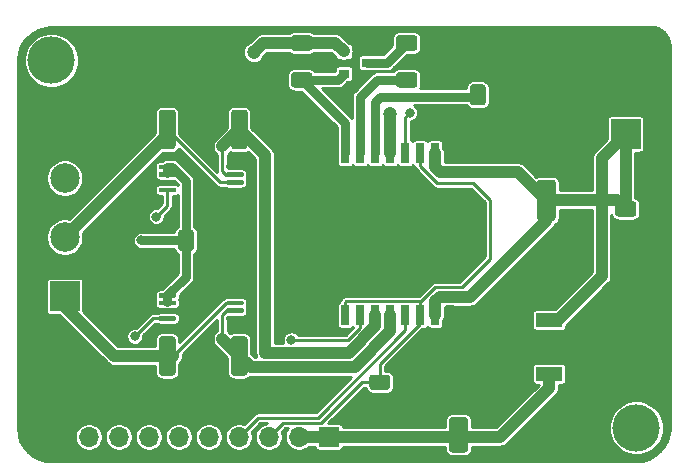
<source format=gbr>
%TF.GenerationSoftware,KiCad,Pcbnew,5.1.10*%
%TF.CreationDate,2021-06-23T21:46:23+08:00*%
%TF.ProjectId,simplefoc,73696d70-6c65-4666-9f63-2e6b69636164,rev?*%
%TF.SameCoordinates,Original*%
%TF.FileFunction,Copper,L1,Top*%
%TF.FilePolarity,Positive*%
%FSLAX46Y46*%
G04 Gerber Fmt 4.6, Leading zero omitted, Abs format (unit mm)*
G04 Created by KiCad (PCBNEW 5.1.10) date 2021-06-23 21:46:23*
%MOMM*%
%LPD*%
G01*
G04 APERTURE LIST*
%TA.AperFunction,ComponentPad*%
%ADD10C,4.000000*%
%TD*%
%TA.AperFunction,SMDPad,CuDef*%
%ADD11R,0.900000X0.800000*%
%TD*%
%TA.AperFunction,ComponentPad*%
%ADD12R,2.500000X2.500000*%
%TD*%
%TA.AperFunction,ComponentPad*%
%ADD13C,2.500000*%
%TD*%
%TA.AperFunction,SMDPad,CuDef*%
%ADD14R,2.200000X1.200000*%
%TD*%
%TA.AperFunction,SMDPad,CuDef*%
%ADD15R,6.400000X5.800000*%
%TD*%
%TA.AperFunction,SMDPad,CuDef*%
%ADD16R,0.700000X1.700000*%
%TD*%
%TA.AperFunction,SMDPad,CuDef*%
%ADD17R,11.270000X6.400000*%
%TD*%
%TA.AperFunction,SMDPad,CuDef*%
%ADD18R,2.415000X3.400000*%
%TD*%
%TA.AperFunction,ComponentPad*%
%ADD19C,1.000000*%
%TD*%
%TA.AperFunction,ComponentPad*%
%ADD20R,1.700000X1.700000*%
%TD*%
%TA.AperFunction,ComponentPad*%
%ADD21O,1.700000X1.700000*%
%TD*%
%TA.AperFunction,ViaPad*%
%ADD22C,1.200000*%
%TD*%
%TA.AperFunction,ViaPad*%
%ADD23C,0.800000*%
%TD*%
%TA.AperFunction,Conductor*%
%ADD24C,1.000000*%
%TD*%
%TA.AperFunction,Conductor*%
%ADD25C,0.800000*%
%TD*%
%TA.AperFunction,Conductor*%
%ADD26C,0.750000*%
%TD*%
%TA.AperFunction,Conductor*%
%ADD27C,0.250000*%
%TD*%
%TA.AperFunction,Conductor*%
%ADD28C,0.254000*%
%TD*%
%TA.AperFunction,Conductor*%
%ADD29C,0.100000*%
%TD*%
G04 APERTURE END LIST*
%TO.P,CAP2,2*%
%TO.N,GND*%
%TA.AperFunction,SMDPad,CuDef*%
G36*
G01*
X-102764500Y252500000D02*
X-103864500Y252500000D01*
G75*
G02*
X-104114500Y252750000I0J250000D01*
G01*
X-104114500Y255250000D01*
G75*
G02*
X-103864500Y255500000I250000J0D01*
G01*
X-102764500Y255500000D01*
G75*
G02*
X-102514500Y255250000I0J-250000D01*
G01*
X-102514500Y252750000D01*
G75*
G02*
X-102764500Y252500000I-250000J0D01*
G01*
G37*
%TD.AperFunction*%
%TO.P,CAP2,1*%
%TO.N,/VIN*%
%TA.AperFunction,SMDPad,CuDef*%
G36*
G01*
X-102764500Y248100000D02*
X-103864500Y248100000D01*
G75*
G02*
X-104114500Y248350000I0J250000D01*
G01*
X-104114500Y250850000D01*
G75*
G02*
X-103864500Y251100000I250000J0D01*
G01*
X-102764500Y251100000D01*
G75*
G02*
X-102514500Y250850000I0J-250000D01*
G01*
X-102514500Y248350000D01*
G75*
G02*
X-102764500Y248100000I-250000J0D01*
G01*
G37*
%TD.AperFunction*%
%TD*%
D10*
%TO.P,REF\u002A\u002A,1*%
%TO.N,N/C*%
X-88265000Y250190000D03*
%TD*%
%TO.P,REF\u002A\u002A,1*%
%TO.N,N/C*%
X-137795000Y281305000D03*
%TD*%
%TO.P,C4,1*%
%TO.N,VCC*%
%TA.AperFunction,SMDPad,CuDef*%
G36*
G01*
X-117236001Y283441500D02*
X-115935999Y283441500D01*
G75*
G02*
X-115686000Y283191501I0J-249999D01*
G01*
X-115686000Y282366499D01*
G75*
G02*
X-115935999Y282116500I-249999J0D01*
G01*
X-117236001Y282116500D01*
G75*
G02*
X-117486000Y282366499I0J249999D01*
G01*
X-117486000Y283191501D01*
G75*
G02*
X-117236001Y283441500I249999J0D01*
G01*
G37*
%TD.AperFunction*%
%TO.P,C4,2*%
%TO.N,Net-(BAT1-Pad2)*%
%TA.AperFunction,SMDPad,CuDef*%
G36*
G01*
X-117236001Y280316500D02*
X-115935999Y280316500D01*
G75*
G02*
X-115686000Y280066501I0J-249999D01*
G01*
X-115686000Y279241499D01*
G75*
G02*
X-115935999Y278991500I-249999J0D01*
G01*
X-117236001Y278991500D01*
G75*
G02*
X-117486000Y279241499I0J249999D01*
G01*
X-117486000Y280066501D01*
G75*
G02*
X-117236001Y280316500I249999J0D01*
G01*
G37*
%TD.AperFunction*%
%TD*%
%TO.P,C2,2*%
%TO.N,Net-(C2-Pad2)*%
%TA.AperFunction,SMDPad,CuDef*%
G36*
G01*
X-108346001Y280316500D02*
X-107045999Y280316500D01*
G75*
G02*
X-106796000Y280066501I0J-249999D01*
G01*
X-106796000Y279241499D01*
G75*
G02*
X-107045999Y278991500I-249999J0D01*
G01*
X-108346001Y278991500D01*
G75*
G02*
X-108596000Y279241499I0J249999D01*
G01*
X-108596000Y280066501D01*
G75*
G02*
X-108346001Y280316500I249999J0D01*
G01*
G37*
%TD.AperFunction*%
%TO.P,C2,1*%
%TO.N,Net-(BAT1-Pad3)*%
%TA.AperFunction,SMDPad,CuDef*%
G36*
G01*
X-108346001Y283441500D02*
X-107045999Y283441500D01*
G75*
G02*
X-106796000Y283191501I0J-249999D01*
G01*
X-106796000Y282366499D01*
G75*
G02*
X-107045999Y282116500I-249999J0D01*
G01*
X-108346001Y282116500D01*
G75*
G02*
X-108596000Y282366499I0J249999D01*
G01*
X-108596000Y283191501D01*
G75*
G02*
X-108346001Y283441500I249999J0D01*
G01*
G37*
%TD.AperFunction*%
%TD*%
D11*
%TO.P,BAT1,1*%
%TO.N,VCC*%
X-113030000Y282062000D03*
%TO.P,BAT1,2*%
%TO.N,Net-(BAT1-Pad2)*%
X-113030000Y280162000D03*
%TO.P,BAT1,3*%
%TO.N,Net-(BAT1-Pad3)*%
X-111030000Y281112000D03*
%TD*%
%TO.P,C1,1*%
%TO.N,GND*%
%TA.AperFunction,SMDPad,CuDef*%
G36*
G01*
X-88503999Y264944500D02*
X-89804001Y264944500D01*
G75*
G02*
X-90054000Y265194499I0J249999D01*
G01*
X-90054000Y266019501D01*
G75*
G02*
X-89804001Y266269500I249999J0D01*
G01*
X-88503999Y266269500D01*
G75*
G02*
X-88254000Y266019501I0J-249999D01*
G01*
X-88254000Y265194499D01*
G75*
G02*
X-88503999Y264944500I-249999J0D01*
G01*
G37*
%TD.AperFunction*%
%TO.P,C1,2*%
%TO.N,VCC*%
%TA.AperFunction,SMDPad,CuDef*%
G36*
G01*
X-88503999Y268069500D02*
X-89804001Y268069500D01*
G75*
G02*
X-90054000Y268319499I0J249999D01*
G01*
X-90054000Y269144501D01*
G75*
G02*
X-89804001Y269394500I249999J0D01*
G01*
X-88503999Y269394500D01*
G75*
G02*
X-88254000Y269144501I0J-249999D01*
G01*
X-88254000Y268319499D01*
G75*
G02*
X-88503999Y268069500I-249999J0D01*
G01*
G37*
%TD.AperFunction*%
%TD*%
%TO.P,C3,2*%
%TO.N,Net-(C3-Pad2)*%
%TA.AperFunction,SMDPad,CuDef*%
G36*
G01*
X-101014500Y279034001D02*
X-101014500Y277733999D01*
G75*
G02*
X-101264499Y277484000I-249999J0D01*
G01*
X-102089501Y277484000D01*
G75*
G02*
X-102339500Y277733999I0J249999D01*
G01*
X-102339500Y279034001D01*
G75*
G02*
X-102089501Y279284000I249999J0D01*
G01*
X-101264499Y279284000D01*
G75*
G02*
X-101014500Y279034001I0J-249999D01*
G01*
G37*
%TD.AperFunction*%
%TO.P,C3,1*%
%TO.N,GND*%
%TA.AperFunction,SMDPad,CuDef*%
G36*
G01*
X-97889500Y279034001D02*
X-97889500Y277733999D01*
G75*
G02*
X-98139499Y277484000I-249999J0D01*
G01*
X-98964501Y277484000D01*
G75*
G02*
X-99214500Y277733999I0J249999D01*
G01*
X-99214500Y279034001D01*
G75*
G02*
X-98964501Y279284000I249999J0D01*
G01*
X-98139499Y279284000D01*
G75*
G02*
X-97889500Y279034001I0J-249999D01*
G01*
G37*
%TD.AperFunction*%
%TD*%
%TO.P,CAP1,1*%
%TO.N,VCC*%
%TA.AperFunction,SMDPad,CuDef*%
G36*
G01*
X-96428000Y271218000D02*
X-95328000Y271218000D01*
G75*
G02*
X-95078000Y270968000I0J-250000D01*
G01*
X-95078000Y267968000D01*
G75*
G02*
X-95328000Y267718000I-250000J0D01*
G01*
X-96428000Y267718000D01*
G75*
G02*
X-96678000Y267968000I0J250000D01*
G01*
X-96678000Y270968000D01*
G75*
G02*
X-96428000Y271218000I250000J0D01*
G01*
G37*
%TD.AperFunction*%
%TO.P,CAP1,2*%
%TO.N,GND*%
%TA.AperFunction,SMDPad,CuDef*%
G36*
G01*
X-96428000Y265818000D02*
X-95328000Y265818000D01*
G75*
G02*
X-95078000Y265568000I0J-250000D01*
G01*
X-95078000Y262568000D01*
G75*
G02*
X-95328000Y262318000I-250000J0D01*
G01*
X-96428000Y262318000D01*
G75*
G02*
X-96678000Y262568000I0J250000D01*
G01*
X-96678000Y265568000D01*
G75*
G02*
X-96428000Y265818000I250000J0D01*
G01*
G37*
%TD.AperFunction*%
%TD*%
%TO.P,CBY1,1*%
%TO.N,/INA_VCC*%
%TA.AperFunction,SMDPad,CuDef*%
G36*
G01*
X-127047500Y265409999D02*
X-127047500Y266710001D01*
G75*
G02*
X-126797501Y266960000I249999J0D01*
G01*
X-125972499Y266960000D01*
G75*
G02*
X-125722500Y266710001I0J-249999D01*
G01*
X-125722500Y265409999D01*
G75*
G02*
X-125972499Y265160000I-249999J0D01*
G01*
X-126797501Y265160000D01*
G75*
G02*
X-127047500Y265409999I0J249999D01*
G01*
G37*
%TD.AperFunction*%
%TO.P,CBY1,2*%
%TO.N,GND*%
%TA.AperFunction,SMDPad,CuDef*%
G36*
G01*
X-123922500Y265409999D02*
X-123922500Y266710001D01*
G75*
G02*
X-123672501Y266960000I249999J0D01*
G01*
X-122847499Y266960000D01*
G75*
G02*
X-122597500Y266710001I0J-249999D01*
G01*
X-122597500Y265409999D01*
G75*
G02*
X-122847499Y265160000I-249999J0D01*
G01*
X-123672501Y265160000D01*
G75*
G02*
X-123922500Y265409999I0J249999D01*
G01*
G37*
%TD.AperFunction*%
%TD*%
%TO.P,INA1,1*%
%TO.N,GND*%
%TA.AperFunction,SMDPad,CuDef*%
G36*
G01*
X-121505500Y259556000D02*
X-121505500Y259356000D01*
G75*
G02*
X-121605500Y259256000I-100000J0D01*
G01*
X-122880500Y259256000D01*
G75*
G02*
X-122980500Y259356000I0J100000D01*
G01*
X-122980500Y259556000D01*
G75*
G02*
X-122880500Y259656000I100000J0D01*
G01*
X-121605500Y259656000D01*
G75*
G02*
X-121505500Y259556000I0J-100000D01*
G01*
G37*
%TD.AperFunction*%
%TO.P,INA1,2*%
%TO.N,/PH_A_CS*%
%TA.AperFunction,SMDPad,CuDef*%
G36*
G01*
X-121505500Y260206000D02*
X-121505500Y260006000D01*
G75*
G02*
X-121605500Y259906000I-100000J0D01*
G01*
X-122880500Y259906000D01*
G75*
G02*
X-122980500Y260006000I0J100000D01*
G01*
X-122980500Y260206000D01*
G75*
G02*
X-122880500Y260306000I100000J0D01*
G01*
X-121605500Y260306000D01*
G75*
G02*
X-121505500Y260206000I0J-100000D01*
G01*
G37*
%TD.AperFunction*%
%TO.P,INA1,3*%
%TO.N,/PH_A*%
%TA.AperFunction,SMDPad,CuDef*%
G36*
G01*
X-121505500Y260856000D02*
X-121505500Y260656000D01*
G75*
G02*
X-121605500Y260556000I-100000J0D01*
G01*
X-122880500Y260556000D01*
G75*
G02*
X-122980500Y260656000I0J100000D01*
G01*
X-122980500Y260856000D01*
G75*
G02*
X-122880500Y260956000I100000J0D01*
G01*
X-121605500Y260956000D01*
G75*
G02*
X-121505500Y260856000I0J-100000D01*
G01*
G37*
%TD.AperFunction*%
%TO.P,INA1,4*%
%TO.N,GND*%
%TA.AperFunction,SMDPad,CuDef*%
G36*
G01*
X-121505500Y261506000D02*
X-121505500Y261306000D01*
G75*
G02*
X-121605500Y261206000I-100000J0D01*
G01*
X-122880500Y261206000D01*
G75*
G02*
X-122980500Y261306000I0J100000D01*
G01*
X-122980500Y261506000D01*
G75*
G02*
X-122880500Y261606000I100000J0D01*
G01*
X-121605500Y261606000D01*
G75*
G02*
X-121505500Y261506000I0J-100000D01*
G01*
G37*
%TD.AperFunction*%
%TO.P,INA1,5*%
%TO.N,/INA_VCC*%
%TA.AperFunction,SMDPad,CuDef*%
G36*
G01*
X-127230500Y261506000D02*
X-127230500Y261306000D01*
G75*
G02*
X-127330500Y261206000I-100000J0D01*
G01*
X-128605500Y261206000D01*
G75*
G02*
X-128705500Y261306000I0J100000D01*
G01*
X-128705500Y261506000D01*
G75*
G02*
X-128605500Y261606000I100000J0D01*
G01*
X-127330500Y261606000D01*
G75*
G02*
X-127230500Y261506000I0J-100000D01*
G01*
G37*
%TD.AperFunction*%
%TO.P,INA1,6*%
%TA.AperFunction,SMDPad,CuDef*%
G36*
G01*
X-127230500Y260856000D02*
X-127230500Y260656000D01*
G75*
G02*
X-127330500Y260556000I-100000J0D01*
G01*
X-128605500Y260556000D01*
G75*
G02*
X-128705500Y260656000I0J100000D01*
G01*
X-128705500Y260856000D01*
G75*
G02*
X-128605500Y260956000I100000J0D01*
G01*
X-127330500Y260956000D01*
G75*
G02*
X-127230500Y260856000I0J-100000D01*
G01*
G37*
%TD.AperFunction*%
%TO.P,INA1,7*%
%TO.N,GND*%
%TA.AperFunction,SMDPad,CuDef*%
G36*
G01*
X-127230500Y260206000D02*
X-127230500Y260006000D01*
G75*
G02*
X-127330500Y259906000I-100000J0D01*
G01*
X-128605500Y259906000D01*
G75*
G02*
X-128705500Y260006000I0J100000D01*
G01*
X-128705500Y260206000D01*
G75*
G02*
X-128605500Y260306000I100000J0D01*
G01*
X-127330500Y260306000D01*
G75*
G02*
X-127230500Y260206000I0J-100000D01*
G01*
G37*
%TD.AperFunction*%
%TO.P,INA1,8*%
%TO.N,/C1_OUT*%
%TA.AperFunction,SMDPad,CuDef*%
G36*
G01*
X-127230500Y259556000D02*
X-127230500Y259356000D01*
G75*
G02*
X-127330500Y259256000I-100000J0D01*
G01*
X-128605500Y259256000D01*
G75*
G02*
X-128705500Y259356000I0J100000D01*
G01*
X-128705500Y259556000D01*
G75*
G02*
X-128605500Y259656000I100000J0D01*
G01*
X-127330500Y259656000D01*
G75*
G02*
X-127230500Y259556000I0J-100000D01*
G01*
G37*
%TD.AperFunction*%
%TD*%
%TO.P,INA2,8*%
%TO.N,/C2_OUT*%
%TA.AperFunction,SMDPad,CuDef*%
G36*
G01*
X-127230500Y270433000D02*
X-127230500Y270233000D01*
G75*
G02*
X-127330500Y270133000I-100000J0D01*
G01*
X-128605500Y270133000D01*
G75*
G02*
X-128705500Y270233000I0J100000D01*
G01*
X-128705500Y270433000D01*
G75*
G02*
X-128605500Y270533000I100000J0D01*
G01*
X-127330500Y270533000D01*
G75*
G02*
X-127230500Y270433000I0J-100000D01*
G01*
G37*
%TD.AperFunction*%
%TO.P,INA2,7*%
%TO.N,GND*%
%TA.AperFunction,SMDPad,CuDef*%
G36*
G01*
X-127230500Y271083000D02*
X-127230500Y270883000D01*
G75*
G02*
X-127330500Y270783000I-100000J0D01*
G01*
X-128605500Y270783000D01*
G75*
G02*
X-128705500Y270883000I0J100000D01*
G01*
X-128705500Y271083000D01*
G75*
G02*
X-128605500Y271183000I100000J0D01*
G01*
X-127330500Y271183000D01*
G75*
G02*
X-127230500Y271083000I0J-100000D01*
G01*
G37*
%TD.AperFunction*%
%TO.P,INA2,6*%
%TO.N,/INA_VCC*%
%TA.AperFunction,SMDPad,CuDef*%
G36*
G01*
X-127230500Y271733000D02*
X-127230500Y271533000D01*
G75*
G02*
X-127330500Y271433000I-100000J0D01*
G01*
X-128605500Y271433000D01*
G75*
G02*
X-128705500Y271533000I0J100000D01*
G01*
X-128705500Y271733000D01*
G75*
G02*
X-128605500Y271833000I100000J0D01*
G01*
X-127330500Y271833000D01*
G75*
G02*
X-127230500Y271733000I0J-100000D01*
G01*
G37*
%TD.AperFunction*%
%TO.P,INA2,5*%
%TA.AperFunction,SMDPad,CuDef*%
G36*
G01*
X-127230500Y272383000D02*
X-127230500Y272183000D01*
G75*
G02*
X-127330500Y272083000I-100000J0D01*
G01*
X-128605500Y272083000D01*
G75*
G02*
X-128705500Y272183000I0J100000D01*
G01*
X-128705500Y272383000D01*
G75*
G02*
X-128605500Y272483000I100000J0D01*
G01*
X-127330500Y272483000D01*
G75*
G02*
X-127230500Y272383000I0J-100000D01*
G01*
G37*
%TD.AperFunction*%
%TO.P,INA2,4*%
%TO.N,GND*%
%TA.AperFunction,SMDPad,CuDef*%
G36*
G01*
X-121505500Y272383000D02*
X-121505500Y272183000D01*
G75*
G02*
X-121605500Y272083000I-100000J0D01*
G01*
X-122880500Y272083000D01*
G75*
G02*
X-122980500Y272183000I0J100000D01*
G01*
X-122980500Y272383000D01*
G75*
G02*
X-122880500Y272483000I100000J0D01*
G01*
X-121605500Y272483000D01*
G75*
G02*
X-121505500Y272383000I0J-100000D01*
G01*
G37*
%TD.AperFunction*%
%TO.P,INA2,3*%
%TO.N,/PH_B_CS*%
%TA.AperFunction,SMDPad,CuDef*%
G36*
G01*
X-121505500Y271733000D02*
X-121505500Y271533000D01*
G75*
G02*
X-121605500Y271433000I-100000J0D01*
G01*
X-122880500Y271433000D01*
G75*
G02*
X-122980500Y271533000I0J100000D01*
G01*
X-122980500Y271733000D01*
G75*
G02*
X-122880500Y271833000I100000J0D01*
G01*
X-121605500Y271833000D01*
G75*
G02*
X-121505500Y271733000I0J-100000D01*
G01*
G37*
%TD.AperFunction*%
%TO.P,INA2,2*%
%TO.N,/PH_B*%
%TA.AperFunction,SMDPad,CuDef*%
G36*
G01*
X-121505500Y271083000D02*
X-121505500Y270883000D01*
G75*
G02*
X-121605500Y270783000I-100000J0D01*
G01*
X-122880500Y270783000D01*
G75*
G02*
X-122980500Y270883000I0J100000D01*
G01*
X-122980500Y271083000D01*
G75*
G02*
X-122880500Y271183000I100000J0D01*
G01*
X-121605500Y271183000D01*
G75*
G02*
X-121505500Y271083000I0J-100000D01*
G01*
G37*
%TD.AperFunction*%
%TO.P,INA2,1*%
%TO.N,GND*%
%TA.AperFunction,SMDPad,CuDef*%
G36*
G01*
X-121505500Y270433000D02*
X-121505500Y270233000D01*
G75*
G02*
X-121605500Y270133000I-100000J0D01*
G01*
X-122880500Y270133000D01*
G75*
G02*
X-122980500Y270233000I0J100000D01*
G01*
X-122980500Y270433000D01*
G75*
G02*
X-122880500Y270533000I100000J0D01*
G01*
X-121605500Y270533000D01*
G75*
G02*
X-121505500Y270433000I0J-100000D01*
G01*
G37*
%TD.AperFunction*%
%TD*%
D12*
%TO.P,J1,1*%
%TO.N,VCC*%
X-89154000Y275082000D03*
D13*
%TO.P,J1,2*%
%TO.N,GND*%
X-89154000Y280082000D03*
%TD*%
D12*
%TO.P,J3,1*%
%TO.N,/PH_A*%
X-136652000Y261340000D03*
D13*
%TO.P,J3,2*%
%TO.N,/PH_B*%
X-136652000Y266340000D03*
%TO.P,J3,3*%
%TO.N,/PH_C*%
X-136652000Y271340000D03*
%TD*%
D14*
%TO.P,L1,1*%
%TO.N,VCC*%
X-95640000Y259328000D03*
%TO.P,L1,3*%
%TO.N,/VIN*%
X-95640000Y254768000D03*
D15*
%TO.P,L1,2*%
%TO.N,GND*%
X-89340000Y257048000D03*
%TD*%
%TO.P,R2,1*%
%TO.N,/EN_PIN*%
%TA.AperFunction,SMDPad,CuDef*%
G36*
G01*
X-110607000Y254702000D02*
X-109357000Y254702000D01*
G75*
G02*
X-109107000Y254452000I0J-250000D01*
G01*
X-109107000Y253652000D01*
G75*
G02*
X-109357000Y253402000I-250000J0D01*
G01*
X-110607000Y253402000D01*
G75*
G02*
X-110857000Y253652000I0J250000D01*
G01*
X-110857000Y254452000D01*
G75*
G02*
X-110607000Y254702000I250000J0D01*
G01*
G37*
%TD.AperFunction*%
%TO.P,R2,2*%
%TO.N,GND*%
%TA.AperFunction,SMDPad,CuDef*%
G36*
G01*
X-110607000Y251602000D02*
X-109357000Y251602000D01*
G75*
G02*
X-109107000Y251352000I0J-250000D01*
G01*
X-109107000Y250552000D01*
G75*
G02*
X-109357000Y250302000I-250000J0D01*
G01*
X-110607000Y250302000D01*
G75*
G02*
X-110857000Y250552000I0J250000D01*
G01*
X-110857000Y251352000D01*
G75*
G02*
X-110607000Y251602000I250000J0D01*
G01*
G37*
%TD.AperFunction*%
%TD*%
%TO.P,RCS1,1*%
%TO.N,/PH_A_CS*%
%TA.AperFunction,SMDPad,CuDef*%
G36*
G01*
X-121168000Y257706001D02*
X-121168000Y254855999D01*
G75*
G02*
X-121417999Y254606000I-249999J0D01*
G01*
X-122318001Y254606000D01*
G75*
G02*
X-122568000Y254855999I0J249999D01*
G01*
X-122568000Y257706001D01*
G75*
G02*
X-122318001Y257956000I249999J0D01*
G01*
X-121417999Y257956000D01*
G75*
G02*
X-121168000Y257706001I0J-249999D01*
G01*
G37*
%TD.AperFunction*%
%TO.P,RCS1,2*%
%TO.N,/PH_A*%
%TA.AperFunction,SMDPad,CuDef*%
G36*
G01*
X-127268000Y257706001D02*
X-127268000Y254855999D01*
G75*
G02*
X-127517999Y254606000I-249999J0D01*
G01*
X-128418001Y254606000D01*
G75*
G02*
X-128668000Y254855999I0J249999D01*
G01*
X-128668000Y257706001D01*
G75*
G02*
X-128418001Y257956000I249999J0D01*
G01*
X-127517999Y257956000D01*
G75*
G02*
X-127268000Y257706001I0J-249999D01*
G01*
G37*
%TD.AperFunction*%
%TD*%
%TO.P,RCS2,2*%
%TO.N,/PH_B_CS*%
%TA.AperFunction,SMDPad,CuDef*%
G36*
G01*
X-122568000Y274032999D02*
X-122568000Y276883001D01*
G75*
G02*
X-122318001Y277133000I249999J0D01*
G01*
X-121417999Y277133000D01*
G75*
G02*
X-121168000Y276883001I0J-249999D01*
G01*
X-121168000Y274032999D01*
G75*
G02*
X-121417999Y273783000I-249999J0D01*
G01*
X-122318001Y273783000D01*
G75*
G02*
X-122568000Y274032999I0J249999D01*
G01*
G37*
%TD.AperFunction*%
%TO.P,RCS2,1*%
%TO.N,/PH_B*%
%TA.AperFunction,SMDPad,CuDef*%
G36*
G01*
X-128668000Y274032999D02*
X-128668000Y276883001D01*
G75*
G02*
X-128418001Y277133000I249999J0D01*
G01*
X-127517999Y277133000D01*
G75*
G02*
X-127268000Y276883001I0J-249999D01*
G01*
X-127268000Y274032999D01*
G75*
G02*
X-127517999Y273783000I-249999J0D01*
G01*
X-128418001Y273783000D01*
G75*
G02*
X-128668000Y274032999I0J249999D01*
G01*
G37*
%TD.AperFunction*%
%TD*%
D16*
%TO.P,U1,1*%
%TO.N,GND*%
X-115435000Y259740000D03*
D17*
%TO.P,U1,21*%
X-109720000Y266590000D03*
D16*
%TO.P,U1,2*%
X-114165000Y259740000D03*
%TO.P,U1,3*%
%TO.N,/EN_PIN*%
X-112895000Y259740000D03*
%TO.P,U1,4*%
%TO.N,/IN2_PIN*%
X-111625000Y259740000D03*
%TO.P,U1,5*%
%TO.N,/PH_B_CS*%
X-110355000Y259740000D03*
%TO.P,U1,6*%
%TO.N,/PH_A_CS*%
X-109085000Y259740000D03*
%TO.P,U1,7*%
%TO.N,/IN1_PIN*%
X-107815000Y259740000D03*
%TO.P,U1,8*%
%TO.N,/EN_PIN*%
X-106545000Y259740000D03*
%TO.P,U1,9*%
%TO.N,VCC*%
X-105275000Y259740000D03*
%TO.P,U1,10*%
%TO.N,GND*%
X-104005000Y259740000D03*
%TO.P,U1,11*%
X-104005000Y273440000D03*
%TO.P,U1,12*%
%TO.N,VCC*%
X-105275000Y273440000D03*
%TO.P,U1,13*%
%TO.N,/EN_PIN*%
X-106545000Y273440000D03*
%TO.P,U1,14*%
%TO.N,/IN3_PIN*%
X-107815000Y273440000D03*
%TO.P,U1,15*%
%TO.N,/PH_C*%
X-109085000Y273440000D03*
%TO.P,U1,16*%
%TO.N,Net-(C3-Pad2)*%
X-110355000Y273440000D03*
%TO.P,U1,17*%
%TO.N,Net-(C2-Pad2)*%
X-111625000Y273440000D03*
%TO.P,U1,18*%
%TO.N,Net-(BAT1-Pad2)*%
X-112895000Y273440000D03*
%TO.P,U1,19*%
%TO.N,GND*%
X-114165000Y273440000D03*
%TO.P,U1,20*%
X-115435000Y273440000D03*
D18*
%TO.P,U1,21*%
X-116562500Y266590000D03*
X-102877500Y266590000D03*
D19*
X-104640000Y267860000D03*
X-104640000Y266590000D03*
X-104640000Y265320000D03*
X-107180000Y269130000D03*
X-107180000Y267860000D03*
X-107180000Y266590000D03*
X-107180000Y265320000D03*
X-107180000Y264050000D03*
X-109720000Y269130000D03*
X-109720000Y267860000D03*
X-109720000Y266590000D03*
X-109720000Y265320000D03*
X-109720000Y264050000D03*
X-112260000Y269130000D03*
X-112260000Y267860000D03*
X-112260000Y266590000D03*
X-112260000Y265320000D03*
X-112260000Y264050000D03*
X-114800000Y267860000D03*
X-114800000Y266590000D03*
X-114800000Y265320000D03*
%TD*%
D20*
%TO.P,J2,1*%
%TO.N,/VIN*%
X-114300000Y249428000D03*
D21*
%TO.P,J2,2*%
X-116840000Y249428000D03*
%TO.P,J2,3*%
%TO.N,/EN_PIN*%
X-119380000Y249428000D03*
%TO.P,J2,4*%
%TO.N,/IN1_PIN*%
X-121920000Y249428000D03*
%TO.P,J2,5*%
%TO.N,/IN2_PIN*%
X-124460000Y249428000D03*
%TO.P,J2,6*%
%TO.N,/IN3_PIN*%
X-127000000Y249428000D03*
%TO.P,J2,7*%
%TO.N,/C1_OUT*%
X-129540000Y249428000D03*
%TO.P,J2,8*%
%TO.N,/C2_OUT*%
X-132080000Y249428000D03*
%TO.P,J2,9*%
%TO.N,/INA_VCC*%
X-134620000Y249428000D03*
%TO.P,J2,10*%
%TO.N,GND*%
X-137160000Y249428000D03*
%TD*%
D22*
%TO.N,VCC*%
X-120650000Y282010000D03*
D23*
%TO.N,/INA_VCC*%
X-130175000Y266065000D03*
%TO.N,/C1_OUT*%
X-130719990Y257940000D03*
%TO.N,/C2_OUT*%
X-128905000Y268080000D03*
%TO.N,/IN2_PIN*%
X-117480000Y257640000D03*
%TO.N,/IN3_PIN*%
X-107442000Y276860000D03*
D22*
%TO.N,/PH_C*%
X-109085000Y276741000D03*
%TD*%
D24*
%TO.N,VCC*%
X-89890000Y269468000D02*
X-89154000Y268732000D01*
X-95878000Y269468000D02*
X-89890000Y269468000D01*
X-98299999Y271889999D02*
X-95878000Y269468000D01*
X-104915001Y271889999D02*
X-98299999Y271889999D01*
X-105275000Y272249998D02*
X-104915001Y271889999D01*
X-105275000Y273440000D02*
X-105275000Y272249998D01*
X-104915001Y261290001D02*
X-105275000Y260930002D01*
X-102305999Y261290001D02*
X-104915001Y261290001D01*
X-95878000Y267718000D02*
X-102305999Y261290001D01*
X-95878000Y269468000D02*
X-95878000Y267718000D01*
X-105275000Y260930002D02*
X-105275000Y259740000D01*
X-113747000Y282779000D02*
X-113030000Y282062000D01*
X-119881000Y282779000D02*
X-113747000Y282779000D01*
X-116586000Y282779000D02*
X-119881000Y282779000D01*
X-89154000Y275082000D02*
X-89154000Y268732000D01*
X-91190000Y273046000D02*
X-89154000Y275082000D01*
X-94892000Y259328000D02*
X-91190000Y263030000D01*
X-91190000Y263030000D02*
X-91190000Y273046000D01*
X-95640000Y259328000D02*
X-94892000Y259328000D01*
X-119881000Y282779000D02*
X-120650000Y282010000D01*
D25*
%TO.N,Net-(BAT1-Pad2)*%
X-115062000Y279654000D02*
X-113538000Y279654000D01*
X-116586000Y279654000D02*
X-115062000Y279654000D01*
X-113538000Y279654000D02*
X-113030000Y280162000D01*
X-112895000Y275963000D02*
X-116586000Y279654000D01*
X-112895000Y273440000D02*
X-112895000Y275963000D01*
%TO.N,Net-(BAT1-Pad3)*%
X-111030000Y281112000D02*
X-109363000Y281112000D01*
X-109363000Y281112000D02*
X-107696000Y282779000D01*
%TO.N,Net-(C2-Pad2)*%
X-111625000Y273440000D02*
X-111625000Y278209471D01*
X-111625000Y278209471D02*
X-110180471Y279654000D01*
X-110180471Y279654000D02*
X-107696000Y279654000D01*
%TO.N,Net-(C3-Pad2)*%
X-101846999Y278214001D02*
X-101677000Y278384000D01*
X-110355000Y277782400D02*
X-109923399Y278214001D01*
X-109923399Y278214001D02*
X-101846999Y278214001D01*
X-110355000Y273440000D02*
X-110355000Y277782400D01*
D24*
%TO.N,/VIN*%
X-99762000Y249428000D02*
X-103632000Y249428000D01*
X-95640000Y253550000D02*
X-99762000Y249428000D01*
X-95640000Y254768000D02*
X-95640000Y253550000D01*
X-103632000Y249428000D02*
X-116840000Y249428000D01*
D26*
%TO.N,/INA_VCC*%
X-126272490Y266172510D02*
X-126385000Y266060000D01*
X-127968000Y261406000D02*
X-127968000Y260881010D01*
X-126385000Y262989000D02*
X-127968000Y261406000D01*
X-126385000Y266060000D02*
X-126385000Y262989000D01*
X-130170000Y266060000D02*
X-130175000Y266065000D01*
X-126385000Y266060000D02*
X-130170000Y266060000D01*
X-127968000Y272283000D02*
X-127968000Y271758010D01*
X-127575888Y272283000D02*
X-127968000Y272283000D01*
X-126385000Y271092112D02*
X-127575888Y272283000D01*
X-126385000Y266060000D02*
X-126385000Y271092112D01*
D24*
%TO.N,/PH_A*%
X-127455500Y256281000D02*
X-127968000Y256281000D01*
D27*
X-122980500Y260756000D02*
X-127455500Y256281000D01*
X-122243000Y260756000D02*
X-122980500Y260756000D01*
D24*
X-132471000Y256281000D02*
X-127968000Y256281000D01*
X-136652000Y260462000D02*
X-132471000Y256281000D01*
X-136652000Y261340000D02*
X-136652000Y260462000D01*
%TO.N,/PH_A_CS*%
X-123305510Y257718510D02*
X-121868000Y256281000D01*
D27*
X-123305510Y259780990D02*
X-123305510Y257718510D01*
X-122980500Y260106000D02*
X-123305510Y259780990D01*
X-122243000Y260106000D02*
X-122980500Y260106000D01*
D24*
X-121868000Y256281000D02*
X-120914022Y255327022D01*
X-109085000Y258349739D02*
X-109085000Y259740000D01*
X-112107717Y255327022D02*
X-109085000Y258349739D01*
X-120914022Y255327022D02*
X-112107717Y255327022D01*
D27*
%TO.N,/C1_OUT*%
X-127968000Y259456000D02*
X-129203990Y259456000D01*
X-129203990Y259456000D02*
X-130719990Y257940000D01*
%TO.N,/C2_OUT*%
X-127968000Y269017000D02*
X-127968000Y270333000D01*
X-128905000Y268080000D02*
X-127968000Y269017000D01*
%TO.N,/PH_B_CS*%
X-123305510Y271958010D02*
X-122980500Y271633000D01*
X-123305510Y274020490D02*
X-123305510Y271958010D01*
X-122980500Y271633000D02*
X-122243000Y271633000D01*
D24*
X-121868000Y275458000D02*
X-123305510Y274020490D01*
X-110355000Y258776809D02*
X-110355000Y259740000D01*
X-121868000Y275458000D02*
X-119680002Y273270002D01*
X-119680002Y273270002D02*
X-119680002Y256527033D01*
X-119680002Y256527033D02*
X-112604776Y256527033D01*
X-112604776Y256527033D02*
X-110355000Y258776809D01*
D27*
%TO.N,/PH_B*%
X-123493000Y270983000D02*
X-122243000Y270983000D01*
X-127968000Y275458000D02*
X-123493000Y270983000D01*
D24*
X-127968000Y275024000D02*
X-127968000Y275458000D01*
X-136652000Y266340000D02*
X-127968000Y275024000D01*
D27*
%TO.N,/EN_PIN*%
X-105281743Y262090000D02*
X-105295000Y262090000D01*
X-100640000Y269470000D02*
X-100640000Y264520000D01*
X-105256731Y262115012D02*
X-105281743Y262090000D01*
X-106545000Y273440000D02*
X-106545000Y272340000D01*
X-106545000Y272340000D02*
X-105105000Y270900000D01*
X-105105000Y270900000D02*
X-102070000Y270900000D01*
X-102070000Y270900000D02*
X-100640000Y269470000D01*
X-105295000Y262090000D02*
X-106545000Y260840000D01*
X-100640000Y264520000D02*
X-103044988Y262115012D01*
X-103044988Y262115012D02*
X-105256731Y262115012D01*
X-112819999Y260915001D02*
X-112895000Y260840000D01*
X-106620001Y260915001D02*
X-112819999Y260915001D01*
X-106545000Y260840000D02*
X-106620001Y260915001D01*
X-112895000Y260840000D02*
X-112895000Y259740000D01*
X-106545000Y259740000D02*
X-106545000Y260840000D01*
X-118204999Y250603001D02*
X-119380000Y249428000D01*
X-114966499Y250603001D02*
X-118204999Y250603001D01*
X-111517500Y254052000D02*
X-114966499Y250603001D01*
X-109982000Y254052000D02*
X-111517500Y254052000D01*
X-109982000Y255587500D02*
X-109982000Y254052000D01*
X-106545000Y259024500D02*
X-109982000Y255587500D01*
X-106545000Y259740000D02*
X-106545000Y259024500D01*
%TO.N,/IN1_PIN*%
X-115214986Y251053012D02*
X-120294988Y251053012D01*
X-107815000Y258452998D02*
X-115214986Y251053012D01*
X-107815000Y259740000D02*
X-107815000Y258452998D01*
X-120294988Y251053012D02*
X-121920000Y249428000D01*
%TO.N,/IN2_PIN*%
X-111625000Y258673549D02*
X-111625000Y259740000D01*
X-112658549Y257640000D02*
X-111625000Y258673549D01*
X-117480000Y257640000D02*
X-112658549Y257640000D01*
%TO.N,/IN3_PIN*%
X-107815000Y274201000D02*
X-107815000Y273440000D01*
X-107815000Y276487000D02*
X-107815000Y274201000D01*
X-107442000Y276860000D02*
X-107815000Y276487000D01*
D24*
%TO.N,/PH_C*%
X-109085000Y274542259D02*
X-109085000Y273440000D01*
X-109085000Y276741000D02*
X-109085000Y274542259D01*
%TD*%
D28*
%TO.N,GND*%
X-86693682Y284096768D02*
X-86403844Y284009260D01*
X-86136516Y283867119D01*
X-85901892Y283675765D01*
X-85708905Y283442483D01*
X-85564903Y283176157D01*
X-85475373Y282886935D01*
X-85442000Y282569410D01*
X-85441999Y250207225D01*
X-85497419Y249642002D01*
X-85656566Y249114882D01*
X-85915070Y248628710D01*
X-86263080Y248202006D01*
X-86687342Y247851027D01*
X-87171699Y247589135D01*
X-87697695Y247426313D01*
X-88261894Y247367013D01*
X-88265647Y247367000D01*
X-137777785Y247367000D01*
X-138342998Y247422419D01*
X-138870118Y247581566D01*
X-139356290Y247840070D01*
X-139782994Y248188080D01*
X-140133973Y248612342D01*
X-140395865Y249096699D01*
X-140534303Y249543924D01*
X-135797000Y249543924D01*
X-135797000Y249312076D01*
X-135751769Y249084682D01*
X-135663044Y248870481D01*
X-135534236Y248677706D01*
X-135370294Y248513764D01*
X-135177519Y248384956D01*
X-134963318Y248296231D01*
X-134735924Y248251000D01*
X-134504076Y248251000D01*
X-134276682Y248296231D01*
X-134062481Y248384956D01*
X-133869706Y248513764D01*
X-133705764Y248677706D01*
X-133576956Y248870481D01*
X-133488231Y249084682D01*
X-133443000Y249312076D01*
X-133443000Y249543924D01*
X-133257000Y249543924D01*
X-133257000Y249312076D01*
X-133211769Y249084682D01*
X-133123044Y248870481D01*
X-132994236Y248677706D01*
X-132830294Y248513764D01*
X-132637519Y248384956D01*
X-132423318Y248296231D01*
X-132195924Y248251000D01*
X-131964076Y248251000D01*
X-131736682Y248296231D01*
X-131522481Y248384956D01*
X-131329706Y248513764D01*
X-131165764Y248677706D01*
X-131036956Y248870481D01*
X-130948231Y249084682D01*
X-130903000Y249312076D01*
X-130903000Y249543924D01*
X-130717000Y249543924D01*
X-130717000Y249312076D01*
X-130671769Y249084682D01*
X-130583044Y248870481D01*
X-130454236Y248677706D01*
X-130290294Y248513764D01*
X-130097519Y248384956D01*
X-129883318Y248296231D01*
X-129655924Y248251000D01*
X-129424076Y248251000D01*
X-129196682Y248296231D01*
X-128982481Y248384956D01*
X-128789706Y248513764D01*
X-128625764Y248677706D01*
X-128496956Y248870481D01*
X-128408231Y249084682D01*
X-128363000Y249312076D01*
X-128363000Y249543924D01*
X-128177000Y249543924D01*
X-128177000Y249312076D01*
X-128131769Y249084682D01*
X-128043044Y248870481D01*
X-127914236Y248677706D01*
X-127750294Y248513764D01*
X-127557519Y248384956D01*
X-127343318Y248296231D01*
X-127115924Y248251000D01*
X-126884076Y248251000D01*
X-126656682Y248296231D01*
X-126442481Y248384956D01*
X-126249706Y248513764D01*
X-126085764Y248677706D01*
X-125956956Y248870481D01*
X-125868231Y249084682D01*
X-125823000Y249312076D01*
X-125823000Y249543924D01*
X-125637000Y249543924D01*
X-125637000Y249312076D01*
X-125591769Y249084682D01*
X-125503044Y248870481D01*
X-125374236Y248677706D01*
X-125210294Y248513764D01*
X-125017519Y248384956D01*
X-124803318Y248296231D01*
X-124575924Y248251000D01*
X-124344076Y248251000D01*
X-124116682Y248296231D01*
X-123902481Y248384956D01*
X-123709706Y248513764D01*
X-123545764Y248677706D01*
X-123416956Y248870481D01*
X-123328231Y249084682D01*
X-123283000Y249312076D01*
X-123283000Y249543924D01*
X-123328231Y249771318D01*
X-123416956Y249985519D01*
X-123545764Y250178294D01*
X-123709706Y250342236D01*
X-123902481Y250471044D01*
X-124116682Y250559769D01*
X-124344076Y250605000D01*
X-124575924Y250605000D01*
X-124803318Y250559769D01*
X-125017519Y250471044D01*
X-125210294Y250342236D01*
X-125374236Y250178294D01*
X-125503044Y249985519D01*
X-125591769Y249771318D01*
X-125637000Y249543924D01*
X-125823000Y249543924D01*
X-125868231Y249771318D01*
X-125956956Y249985519D01*
X-126085764Y250178294D01*
X-126249706Y250342236D01*
X-126442481Y250471044D01*
X-126656682Y250559769D01*
X-126884076Y250605000D01*
X-127115924Y250605000D01*
X-127343318Y250559769D01*
X-127557519Y250471044D01*
X-127750294Y250342236D01*
X-127914236Y250178294D01*
X-128043044Y249985519D01*
X-128131769Y249771318D01*
X-128177000Y249543924D01*
X-128363000Y249543924D01*
X-128408231Y249771318D01*
X-128496956Y249985519D01*
X-128625764Y250178294D01*
X-128789706Y250342236D01*
X-128982481Y250471044D01*
X-129196682Y250559769D01*
X-129424076Y250605000D01*
X-129655924Y250605000D01*
X-129883318Y250559769D01*
X-130097519Y250471044D01*
X-130290294Y250342236D01*
X-130454236Y250178294D01*
X-130583044Y249985519D01*
X-130671769Y249771318D01*
X-130717000Y249543924D01*
X-130903000Y249543924D01*
X-130948231Y249771318D01*
X-131036956Y249985519D01*
X-131165764Y250178294D01*
X-131329706Y250342236D01*
X-131522481Y250471044D01*
X-131736682Y250559769D01*
X-131964076Y250605000D01*
X-132195924Y250605000D01*
X-132423318Y250559769D01*
X-132637519Y250471044D01*
X-132830294Y250342236D01*
X-132994236Y250178294D01*
X-133123044Y249985519D01*
X-133211769Y249771318D01*
X-133257000Y249543924D01*
X-133443000Y249543924D01*
X-133488231Y249771318D01*
X-133576956Y249985519D01*
X-133705764Y250178294D01*
X-133869706Y250342236D01*
X-134062481Y250471044D01*
X-134276682Y250559769D01*
X-134504076Y250605000D01*
X-134735924Y250605000D01*
X-134963318Y250559769D01*
X-135177519Y250471044D01*
X-135370294Y250342236D01*
X-135534236Y250178294D01*
X-135663044Y249985519D01*
X-135751769Y249771318D01*
X-135797000Y249543924D01*
X-140534303Y249543924D01*
X-140558687Y249622695D01*
X-140617987Y250186894D01*
X-140618000Y250190647D01*
X-140618000Y262590000D01*
X-138230582Y262590000D01*
X-138230582Y260090000D01*
X-138224268Y260025897D01*
X-138205570Y259964257D01*
X-138175206Y259907450D01*
X-138134343Y259857657D01*
X-138084550Y259816794D01*
X-138027743Y259786430D01*
X-137966103Y259767732D01*
X-137902000Y259761418D01*
X-137120971Y259761418D01*
X-133084503Y255724949D01*
X-133058606Y255693394D01*
X-133027053Y255667499D01*
X-133027052Y255667498D01*
X-132932680Y255590048D01*
X-132858784Y255550550D01*
X-132789010Y255513255D01*
X-132633120Y255465966D01*
X-132511624Y255454000D01*
X-132511614Y255454000D01*
X-132471000Y255450000D01*
X-132430386Y255454000D01*
X-128996582Y255454000D01*
X-128996582Y254855999D01*
X-128985465Y254743123D01*
X-128952540Y254634586D01*
X-128899074Y254534557D01*
X-128827120Y254446880D01*
X-128739443Y254374926D01*
X-128639414Y254321460D01*
X-128530877Y254288535D01*
X-128418001Y254277418D01*
X-127517999Y254277418D01*
X-127405123Y254288535D01*
X-127296586Y254321460D01*
X-127196557Y254374926D01*
X-127108880Y254446880D01*
X-127036926Y254534557D01*
X-126983460Y254634586D01*
X-126950535Y254743123D01*
X-126939418Y254855999D01*
X-126939418Y255634696D01*
X-126867894Y255693394D01*
X-126764548Y255819321D01*
X-126687755Y255962990D01*
X-126640466Y256118880D01*
X-126624499Y256281000D01*
X-126640466Y256443120D01*
X-126643652Y256453624D01*
X-123757510Y259339766D01*
X-123757509Y258414636D01*
X-123767189Y258409462D01*
X-123893116Y258306116D01*
X-123996462Y258180189D01*
X-124073254Y258036520D01*
X-124120543Y257880630D01*
X-124136510Y257718510D01*
X-124120543Y257556390D01*
X-124073254Y257400500D01*
X-123996462Y257256831D01*
X-123919012Y257162459D01*
X-122896582Y256140028D01*
X-122896582Y254855999D01*
X-122885465Y254743123D01*
X-122852540Y254634586D01*
X-122799074Y254534557D01*
X-122727120Y254446880D01*
X-122639443Y254374926D01*
X-122539414Y254321460D01*
X-122430877Y254288535D01*
X-122318001Y254277418D01*
X-121417999Y254277418D01*
X-121305123Y254288535D01*
X-121196586Y254321460D01*
X-121096557Y254374926D01*
X-121008880Y254446880D01*
X-120964474Y254500990D01*
X-120954646Y254500022D01*
X-120954636Y254500022D01*
X-120914022Y254496022D01*
X-120873408Y254500022D01*
X-112407199Y254500022D01*
X-115402209Y251505012D01*
X-120272784Y251505012D01*
X-120294989Y251507199D01*
X-120383596Y251498472D01*
X-120468798Y251472626D01*
X-120547321Y251430655D01*
X-120616147Y251374171D01*
X-120630307Y251356917D01*
X-121471162Y250516061D01*
X-121576682Y250559769D01*
X-121804076Y250605000D01*
X-122035924Y250605000D01*
X-122263318Y250559769D01*
X-122477519Y250471044D01*
X-122670294Y250342236D01*
X-122834236Y250178294D01*
X-122963044Y249985519D01*
X-123051769Y249771318D01*
X-123097000Y249543924D01*
X-123097000Y249312076D01*
X-123051769Y249084682D01*
X-122963044Y248870481D01*
X-122834236Y248677706D01*
X-122670294Y248513764D01*
X-122477519Y248384956D01*
X-122263318Y248296231D01*
X-122035924Y248251000D01*
X-121804076Y248251000D01*
X-121576682Y248296231D01*
X-121362481Y248384956D01*
X-121169706Y248513764D01*
X-121005764Y248677706D01*
X-120876956Y248870481D01*
X-120788231Y249084682D01*
X-120743000Y249312076D01*
X-120743000Y249543924D01*
X-120788231Y249771318D01*
X-120831939Y249876838D01*
X-120107764Y250601012D01*
X-119515973Y250601012D01*
X-119723318Y250559769D01*
X-119937519Y250471044D01*
X-120130294Y250342236D01*
X-120294236Y250178294D01*
X-120423044Y249985519D01*
X-120511769Y249771318D01*
X-120557000Y249543924D01*
X-120557000Y249312076D01*
X-120511769Y249084682D01*
X-120423044Y248870481D01*
X-120294236Y248677706D01*
X-120130294Y248513764D01*
X-119937519Y248384956D01*
X-119723318Y248296231D01*
X-119495924Y248251000D01*
X-119264076Y248251000D01*
X-119036682Y248296231D01*
X-118822481Y248384956D01*
X-118629706Y248513764D01*
X-118465764Y248677706D01*
X-118336956Y248870481D01*
X-118248231Y249084682D01*
X-118203000Y249312076D01*
X-118203000Y249543924D01*
X-118248231Y249771318D01*
X-118291939Y249876837D01*
X-118017774Y250151001D01*
X-117772473Y250151001D01*
X-117883044Y249985519D01*
X-117971769Y249771318D01*
X-118017000Y249543924D01*
X-118017000Y249312076D01*
X-117971769Y249084682D01*
X-117883044Y248870481D01*
X-117754236Y248677706D01*
X-117590294Y248513764D01*
X-117397519Y248384956D01*
X-117183318Y248296231D01*
X-116955924Y248251000D01*
X-116724076Y248251000D01*
X-116496682Y248296231D01*
X-116282481Y248384956D01*
X-116089706Y248513764D01*
X-116002470Y248601000D01*
X-115478582Y248601000D01*
X-115478582Y248578000D01*
X-115472268Y248513897D01*
X-115453570Y248452257D01*
X-115423206Y248395450D01*
X-115382343Y248345657D01*
X-115332550Y248304794D01*
X-115275743Y248274430D01*
X-115214103Y248255732D01*
X-115150000Y248249418D01*
X-113450000Y248249418D01*
X-113385897Y248255732D01*
X-113324257Y248274430D01*
X-113267450Y248304794D01*
X-113217657Y248345657D01*
X-113176794Y248395450D01*
X-113146430Y248452257D01*
X-113127732Y248513897D01*
X-113121418Y248578000D01*
X-113121418Y248601000D01*
X-104443082Y248601000D01*
X-104443082Y248350000D01*
X-104431965Y248237124D01*
X-104399040Y248128586D01*
X-104345573Y248028557D01*
X-104273619Y247940881D01*
X-104185943Y247868927D01*
X-104085914Y247815460D01*
X-103977376Y247782535D01*
X-103864500Y247771418D01*
X-102764500Y247771418D01*
X-102651624Y247782535D01*
X-102543086Y247815460D01*
X-102443057Y247868927D01*
X-102355381Y247940881D01*
X-102283427Y248028557D01*
X-102229960Y248128586D01*
X-102197035Y248237124D01*
X-102185918Y248350000D01*
X-102185918Y248601000D01*
X-99802614Y248601000D01*
X-99762000Y248597000D01*
X-99721386Y248601000D01*
X-99721376Y248601000D01*
X-99599880Y248612966D01*
X-99443990Y248660255D01*
X-99300321Y248737048D01*
X-99174394Y248840394D01*
X-99148495Y248871952D01*
X-97601258Y250419189D01*
X-90592000Y250419189D01*
X-90592000Y249960811D01*
X-90502574Y249511239D01*
X-90327160Y249087752D01*
X-90072499Y248706624D01*
X-89748376Y248382501D01*
X-89367248Y248127840D01*
X-88943761Y247952426D01*
X-88494189Y247863000D01*
X-88035811Y247863000D01*
X-87586239Y247952426D01*
X-87162752Y248127840D01*
X-86781624Y248382501D01*
X-86457501Y248706624D01*
X-86202840Y249087752D01*
X-86027426Y249511239D01*
X-85938000Y249960811D01*
X-85938000Y250419189D01*
X-86027426Y250868761D01*
X-86202840Y251292248D01*
X-86457501Y251673376D01*
X-86781624Y251997499D01*
X-87162752Y252252160D01*
X-87586239Y252427574D01*
X-88035811Y252517000D01*
X-88494189Y252517000D01*
X-88943761Y252427574D01*
X-89367248Y252252160D01*
X-89748376Y251997499D01*
X-90072499Y251673376D01*
X-90327160Y251292248D01*
X-90502574Y250868761D01*
X-90592000Y250419189D01*
X-97601258Y250419189D01*
X-95083941Y252936504D01*
X-95052394Y252962394D01*
X-95026504Y252993941D01*
X-95026498Y252993947D01*
X-94949048Y253088319D01*
X-94872256Y253231989D01*
X-94872255Y253231990D01*
X-94824966Y253387880D01*
X-94813000Y253509376D01*
X-94813000Y253509388D01*
X-94809000Y253549999D01*
X-94813000Y253590610D01*
X-94813000Y253839418D01*
X-94540000Y253839418D01*
X-94475897Y253845732D01*
X-94414257Y253864430D01*
X-94357450Y253894794D01*
X-94307657Y253935657D01*
X-94266794Y253985450D01*
X-94236430Y254042257D01*
X-94217732Y254103897D01*
X-94211418Y254168000D01*
X-94211418Y255368000D01*
X-94217732Y255432103D01*
X-94236430Y255493743D01*
X-94266794Y255550550D01*
X-94307657Y255600343D01*
X-94357450Y255641206D01*
X-94414257Y255671570D01*
X-94475897Y255690268D01*
X-94540000Y255696582D01*
X-96740000Y255696582D01*
X-96804103Y255690268D01*
X-96865743Y255671570D01*
X-96922550Y255641206D01*
X-96972343Y255600343D01*
X-97013206Y255550550D01*
X-97043570Y255493743D01*
X-97062268Y255432103D01*
X-97068582Y255368000D01*
X-97068582Y254168000D01*
X-97062268Y254103897D01*
X-97043570Y254042257D01*
X-97013206Y253985450D01*
X-96972343Y253935657D01*
X-96922550Y253894794D01*
X-96865743Y253864430D01*
X-96804103Y253845732D01*
X-96740000Y253839418D01*
X-96520137Y253839418D01*
X-100104553Y250255000D01*
X-102185918Y250255000D01*
X-102185918Y250850000D01*
X-102197035Y250962876D01*
X-102229960Y251071414D01*
X-102283427Y251171443D01*
X-102355381Y251259119D01*
X-102443057Y251331073D01*
X-102543086Y251384540D01*
X-102651624Y251417465D01*
X-102764500Y251428582D01*
X-103864500Y251428582D01*
X-103977376Y251417465D01*
X-104085914Y251384540D01*
X-104185943Y251331073D01*
X-104273619Y251259119D01*
X-104345573Y251171443D01*
X-104399040Y251071414D01*
X-104431965Y250962876D01*
X-104443082Y250850000D01*
X-104443082Y250255000D01*
X-113121418Y250255000D01*
X-113121418Y250278000D01*
X-113127732Y250342103D01*
X-113146430Y250403743D01*
X-113176794Y250460550D01*
X-113217657Y250510343D01*
X-113267450Y250551206D01*
X-113324257Y250581570D01*
X-113385897Y250600268D01*
X-113450000Y250606582D01*
X-114323695Y250606582D01*
X-111330275Y253600000D01*
X-111180461Y253600000D01*
X-111174465Y253539124D01*
X-111141540Y253430586D01*
X-111088073Y253330557D01*
X-111016119Y253242881D01*
X-110928443Y253170927D01*
X-110828414Y253117460D01*
X-110719876Y253084535D01*
X-110607000Y253073418D01*
X-109357000Y253073418D01*
X-109244124Y253084535D01*
X-109135586Y253117460D01*
X-109035557Y253170927D01*
X-108947881Y253242881D01*
X-108875927Y253330557D01*
X-108822460Y253430586D01*
X-108789535Y253539124D01*
X-108778418Y253652000D01*
X-108778418Y254452000D01*
X-108789535Y254564876D01*
X-108822460Y254673414D01*
X-108875927Y254773443D01*
X-108947881Y254861119D01*
X-109035557Y254933073D01*
X-109135586Y254986540D01*
X-109244124Y255019465D01*
X-109357000Y255030582D01*
X-109530000Y255030582D01*
X-109530000Y255400277D01*
X-106368858Y258561418D01*
X-106195000Y258561418D01*
X-106130897Y258567732D01*
X-106069257Y258586430D01*
X-106012450Y258616794D01*
X-105962657Y258657657D01*
X-105921794Y258707450D01*
X-105910000Y258729515D01*
X-105898206Y258707450D01*
X-105857343Y258657657D01*
X-105807550Y258616794D01*
X-105750743Y258586430D01*
X-105689103Y258567732D01*
X-105625000Y258561418D01*
X-104925000Y258561418D01*
X-104860897Y258567732D01*
X-104799257Y258586430D01*
X-104742450Y258616794D01*
X-104692657Y258657657D01*
X-104651794Y258707450D01*
X-104621430Y258764257D01*
X-104602732Y258825897D01*
X-104596418Y258890000D01*
X-104596418Y259263248D01*
X-104584048Y259278321D01*
X-104507255Y259421990D01*
X-104459966Y259577880D01*
X-104448000Y259699376D01*
X-104448000Y260463001D01*
X-102346613Y260463001D01*
X-102305999Y260459001D01*
X-102265385Y260463001D01*
X-102265375Y260463001D01*
X-102143879Y260474967D01*
X-101987989Y260522256D01*
X-101844320Y260599049D01*
X-101718393Y260702395D01*
X-101692494Y260733953D01*
X-95321941Y267104504D01*
X-95290394Y267130394D01*
X-95264504Y267161941D01*
X-95264498Y267161947D01*
X-95187049Y267256319D01*
X-95110256Y267399989D01*
X-95110255Y267399990D01*
X-95098847Y267437597D01*
X-95006557Y267486927D01*
X-94918881Y267558881D01*
X-94846927Y267646557D01*
X-94793460Y267746586D01*
X-94760535Y267855124D01*
X-94749418Y267968000D01*
X-94749418Y268641000D01*
X-92016999Y268641000D01*
X-92017000Y263372555D01*
X-95132971Y260256582D01*
X-96740000Y260256582D01*
X-96804103Y260250268D01*
X-96865743Y260231570D01*
X-96922550Y260201206D01*
X-96972343Y260160343D01*
X-97013206Y260110550D01*
X-97043570Y260053743D01*
X-97062268Y259992103D01*
X-97068582Y259928000D01*
X-97068582Y258728000D01*
X-97062268Y258663897D01*
X-97043570Y258602257D01*
X-97013206Y258545450D01*
X-96972343Y258495657D01*
X-96922550Y258454794D01*
X-96865743Y258424430D01*
X-96804103Y258405732D01*
X-96740000Y258399418D01*
X-94540000Y258399418D01*
X-94475897Y258405732D01*
X-94414257Y258424430D01*
X-94357450Y258454794D01*
X-94307657Y258495657D01*
X-94266794Y258545450D01*
X-94236430Y258602257D01*
X-94217732Y258663897D01*
X-94211418Y258728000D01*
X-94211418Y258839029D01*
X-90633940Y262416505D01*
X-90602394Y262442394D01*
X-90576504Y262473941D01*
X-90576497Y262473948D01*
X-90499048Y262568320D01*
X-90422255Y262711989D01*
X-90388780Y262822343D01*
X-90374966Y262867880D01*
X-90363000Y262989376D01*
X-90363000Y262989386D01*
X-90359000Y263030000D01*
X-90363000Y263070614D01*
X-90363000Y268178718D01*
X-90338540Y268098086D01*
X-90285074Y267998057D01*
X-90213120Y267910380D01*
X-90125443Y267838426D01*
X-90025414Y267784960D01*
X-89916877Y267752035D01*
X-89804001Y267740918D01*
X-88503999Y267740918D01*
X-88391123Y267752035D01*
X-88282586Y267784960D01*
X-88182557Y267838426D01*
X-88094880Y267910380D01*
X-88022926Y267998057D01*
X-87969460Y268098086D01*
X-87936535Y268206623D01*
X-87925418Y268319499D01*
X-87925418Y269144501D01*
X-87936535Y269257377D01*
X-87969460Y269365914D01*
X-88022926Y269465943D01*
X-88094880Y269553620D01*
X-88182557Y269625574D01*
X-88282586Y269679040D01*
X-88327000Y269692513D01*
X-88327000Y273503418D01*
X-87904000Y273503418D01*
X-87839897Y273509732D01*
X-87778257Y273528430D01*
X-87721450Y273558794D01*
X-87671657Y273599657D01*
X-87630794Y273649450D01*
X-87600430Y273706257D01*
X-87581732Y273767897D01*
X-87575418Y273832000D01*
X-87575418Y276332000D01*
X-87581732Y276396103D01*
X-87600430Y276457743D01*
X-87630794Y276514550D01*
X-87671657Y276564343D01*
X-87721450Y276605206D01*
X-87778257Y276635570D01*
X-87839897Y276654268D01*
X-87904000Y276660582D01*
X-90404000Y276660582D01*
X-90468103Y276654268D01*
X-90529743Y276635570D01*
X-90586550Y276605206D01*
X-90636343Y276564343D01*
X-90677206Y276514550D01*
X-90707570Y276457743D01*
X-90726268Y276396103D01*
X-90732582Y276332000D01*
X-90732582Y274672972D01*
X-91746052Y273659501D01*
X-91777605Y273633606D01*
X-91803500Y273602053D01*
X-91803502Y273602051D01*
X-91880952Y273507679D01*
X-91957744Y273364010D01*
X-92005033Y273208120D01*
X-92021000Y273046000D01*
X-92016999Y273005376D01*
X-92016999Y270295000D01*
X-94749418Y270295000D01*
X-94749418Y270968000D01*
X-94760535Y271080876D01*
X-94793460Y271189414D01*
X-94846927Y271289443D01*
X-94918881Y271377119D01*
X-95006557Y271449073D01*
X-95106586Y271502540D01*
X-95215124Y271535465D01*
X-95328000Y271546582D01*
X-96428000Y271546582D01*
X-96540876Y271535465D01*
X-96649414Y271502540D01*
X-96710393Y271469946D01*
X-97686494Y272446047D01*
X-97712393Y272477605D01*
X-97838320Y272580951D01*
X-97981989Y272657744D01*
X-98137879Y272705033D01*
X-98259375Y272716999D01*
X-98259385Y272716999D01*
X-98299999Y272720999D01*
X-98340613Y272716999D01*
X-104448000Y272716999D01*
X-104448000Y273480624D01*
X-104459966Y273602120D01*
X-104507255Y273758010D01*
X-104584048Y273901679D01*
X-104596418Y273916752D01*
X-104596418Y274290000D01*
X-104602732Y274354103D01*
X-104621430Y274415743D01*
X-104651794Y274472550D01*
X-104692657Y274522343D01*
X-104742450Y274563206D01*
X-104799257Y274593570D01*
X-104860897Y274612268D01*
X-104925000Y274618582D01*
X-105625000Y274618582D01*
X-105689103Y274612268D01*
X-105750743Y274593570D01*
X-105807550Y274563206D01*
X-105857343Y274522343D01*
X-105898206Y274472550D01*
X-105910000Y274450485D01*
X-105921794Y274472550D01*
X-105962657Y274522343D01*
X-106012450Y274563206D01*
X-106069257Y274593570D01*
X-106130897Y274612268D01*
X-106195000Y274618582D01*
X-106895000Y274618582D01*
X-106959103Y274612268D01*
X-107020743Y274593570D01*
X-107077550Y274563206D01*
X-107127343Y274522343D01*
X-107168206Y274472550D01*
X-107180000Y274450485D01*
X-107191794Y274472550D01*
X-107232657Y274522343D01*
X-107282450Y274563206D01*
X-107339257Y274593570D01*
X-107363000Y274600772D01*
X-107363000Y276134471D01*
X-107229942Y276160938D01*
X-107097636Y276215741D01*
X-106978564Y276295302D01*
X-106877302Y276396564D01*
X-106797741Y276515636D01*
X-106742938Y276647942D01*
X-106715000Y276788397D01*
X-106715000Y276931603D01*
X-106742938Y277072058D01*
X-106797741Y277204364D01*
X-106877302Y277323436D01*
X-106978564Y277424698D01*
X-107071807Y277487001D01*
X-102610365Y277487001D01*
X-102570574Y277412557D01*
X-102498620Y277324880D01*
X-102410943Y277252926D01*
X-102310914Y277199460D01*
X-102202377Y277166535D01*
X-102089501Y277155418D01*
X-101264499Y277155418D01*
X-101151623Y277166535D01*
X-101043086Y277199460D01*
X-100943057Y277252926D01*
X-100855380Y277324880D01*
X-100783426Y277412557D01*
X-100729960Y277512586D01*
X-100697035Y277621123D01*
X-100685918Y277733999D01*
X-100685918Y279034001D01*
X-100697035Y279146877D01*
X-100729960Y279255414D01*
X-100783426Y279355443D01*
X-100855380Y279443120D01*
X-100943057Y279515074D01*
X-101043086Y279568540D01*
X-101151623Y279601465D01*
X-101264499Y279612582D01*
X-102089501Y279612582D01*
X-102202377Y279601465D01*
X-102310914Y279568540D01*
X-102410943Y279515074D01*
X-102498620Y279443120D01*
X-102570574Y279355443D01*
X-102624040Y279255414D01*
X-102656965Y279146877D01*
X-102668082Y279034001D01*
X-102668082Y278941001D01*
X-106553731Y278941001D01*
X-106511460Y279020086D01*
X-106478535Y279128623D01*
X-106467418Y279241499D01*
X-106467418Y280066501D01*
X-106478535Y280179377D01*
X-106511460Y280287914D01*
X-106564926Y280387943D01*
X-106636880Y280475620D01*
X-106724557Y280547574D01*
X-106824586Y280601040D01*
X-106933123Y280633965D01*
X-107045999Y280645082D01*
X-108346001Y280645082D01*
X-108458877Y280633965D01*
X-108567414Y280601040D01*
X-108667443Y280547574D01*
X-108755120Y280475620D01*
X-108827074Y280387943D01*
X-108830785Y280381000D01*
X-110144755Y280381000D01*
X-110180471Y280384518D01*
X-110322989Y280370480D01*
X-110460028Y280328910D01*
X-110586324Y280261403D01*
X-110697025Y280170554D01*
X-110719792Y280142812D01*
X-112113811Y278748792D01*
X-112141553Y278726025D01*
X-112228684Y278619854D01*
X-112232402Y278615324D01*
X-112299910Y278489027D01*
X-112341480Y278351988D01*
X-112355517Y278209471D01*
X-112351999Y278173753D01*
X-112351999Y276447328D01*
X-112378446Y276479554D01*
X-112406188Y276502321D01*
X-114830868Y278927000D01*
X-113573708Y278927000D01*
X-113538000Y278923483D01*
X-113395483Y278937520D01*
X-113384008Y278941001D01*
X-113258443Y278979090D01*
X-113132147Y279046597D01*
X-113021446Y279137446D01*
X-112998675Y279165193D01*
X-112730449Y279433418D01*
X-112580000Y279433418D01*
X-112515897Y279439732D01*
X-112454257Y279458430D01*
X-112397450Y279488794D01*
X-112347657Y279529657D01*
X-112306794Y279579450D01*
X-112276430Y279636257D01*
X-112257732Y279697897D01*
X-112251418Y279762000D01*
X-112251418Y280562000D01*
X-112257732Y280626103D01*
X-112276430Y280687743D01*
X-112306794Y280744550D01*
X-112347657Y280794343D01*
X-112397450Y280835206D01*
X-112454257Y280865570D01*
X-112515897Y280884268D01*
X-112580000Y280890582D01*
X-113010356Y280890582D01*
X-113030001Y280892517D01*
X-113049646Y280890582D01*
X-113480000Y280890582D01*
X-113544103Y280884268D01*
X-113605743Y280865570D01*
X-113662550Y280835206D01*
X-113712343Y280794343D01*
X-113753206Y280744550D01*
X-113783570Y280687743D01*
X-113802268Y280626103D01*
X-113808582Y280562000D01*
X-113808582Y280411550D01*
X-113839132Y280381000D01*
X-115451215Y280381000D01*
X-115454926Y280387943D01*
X-115526880Y280475620D01*
X-115614557Y280547574D01*
X-115714586Y280601040D01*
X-115823123Y280633965D01*
X-115935999Y280645082D01*
X-117236001Y280645082D01*
X-117348877Y280633965D01*
X-117457414Y280601040D01*
X-117557443Y280547574D01*
X-117645120Y280475620D01*
X-117717074Y280387943D01*
X-117770540Y280287914D01*
X-117803465Y280179377D01*
X-117814582Y280066501D01*
X-117814582Y279241499D01*
X-117803465Y279128623D01*
X-117770540Y279020086D01*
X-117717074Y278920057D01*
X-117645120Y278832380D01*
X-117557443Y278760426D01*
X-117457414Y278706960D01*
X-117348877Y278674035D01*
X-117236001Y278662918D01*
X-116623050Y278662918D01*
X-113621999Y275661866D01*
X-113622000Y273404293D01*
X-113611480Y273297484D01*
X-113573582Y273172549D01*
X-113573582Y272590000D01*
X-113567268Y272525897D01*
X-113548570Y272464257D01*
X-113518206Y272407450D01*
X-113477343Y272357657D01*
X-113427550Y272316794D01*
X-113370743Y272286430D01*
X-113309103Y272267732D01*
X-113245000Y272261418D01*
X-112545000Y272261418D01*
X-112480897Y272267732D01*
X-112419257Y272286430D01*
X-112362450Y272316794D01*
X-112312657Y272357657D01*
X-112271794Y272407450D01*
X-112260000Y272429515D01*
X-112248206Y272407450D01*
X-112207343Y272357657D01*
X-112157550Y272316794D01*
X-112100743Y272286430D01*
X-112039103Y272267732D01*
X-111975000Y272261418D01*
X-111275000Y272261418D01*
X-111210897Y272267732D01*
X-111149257Y272286430D01*
X-111092450Y272316794D01*
X-111042657Y272357657D01*
X-111001794Y272407450D01*
X-110990000Y272429515D01*
X-110978206Y272407450D01*
X-110937343Y272357657D01*
X-110887550Y272316794D01*
X-110830743Y272286430D01*
X-110769103Y272267732D01*
X-110705000Y272261418D01*
X-110005000Y272261418D01*
X-109940897Y272267732D01*
X-109879257Y272286430D01*
X-109822450Y272316794D01*
X-109772657Y272357657D01*
X-109731794Y272407450D01*
X-109720000Y272429515D01*
X-109708206Y272407450D01*
X-109667343Y272357657D01*
X-109617550Y272316794D01*
X-109560743Y272286430D01*
X-109499103Y272267732D01*
X-109435000Y272261418D01*
X-108735000Y272261418D01*
X-108670897Y272267732D01*
X-108609257Y272286430D01*
X-108552450Y272316794D01*
X-108502657Y272357657D01*
X-108461794Y272407450D01*
X-108450000Y272429515D01*
X-108438206Y272407450D01*
X-108397343Y272357657D01*
X-108347550Y272316794D01*
X-108290743Y272286430D01*
X-108229103Y272267732D01*
X-108165000Y272261418D01*
X-107465000Y272261418D01*
X-107400897Y272267732D01*
X-107339257Y272286430D01*
X-107282450Y272316794D01*
X-107232657Y272357657D01*
X-107191794Y272407450D01*
X-107180000Y272429515D01*
X-107168206Y272407450D01*
X-107127343Y272357657D01*
X-107077550Y272316794D01*
X-107020743Y272286430D01*
X-106993084Y272278040D01*
X-106990460Y272251393D01*
X-106964614Y272166191D01*
X-106928907Y272099388D01*
X-106922642Y272087667D01*
X-106866158Y272018841D01*
X-106848904Y272004681D01*
X-105440319Y270596095D01*
X-105426159Y270578841D01*
X-105357333Y270522357D01*
X-105278810Y270480386D01*
X-105193608Y270454540D01*
X-105105000Y270445813D01*
X-105082795Y270448000D01*
X-102257223Y270448000D01*
X-101092000Y269282775D01*
X-101091999Y264707225D01*
X-103232211Y262567012D01*
X-105234527Y262567012D01*
X-105256732Y262569199D01*
X-105345338Y262560472D01*
X-105430541Y262534626D01*
X-105509064Y262492655D01*
X-105524988Y262479587D01*
X-105547333Y262467643D01*
X-105616159Y262411159D01*
X-105630319Y262393905D01*
X-106657222Y261367001D01*
X-112797797Y261367001D01*
X-112820000Y261369188D01*
X-112842202Y261367001D01*
X-112842204Y261367001D01*
X-112908606Y261360461D01*
X-112993809Y261334615D01*
X-113072332Y261292644D01*
X-113141158Y261236160D01*
X-113155319Y261218904D01*
X-113198901Y261175322D01*
X-113216159Y261161159D01*
X-113272643Y261092332D01*
X-113295480Y261049606D01*
X-113314614Y261013809D01*
X-113340460Y260928607D01*
X-113343084Y260901960D01*
X-113370743Y260893570D01*
X-113427550Y260863206D01*
X-113477343Y260822343D01*
X-113518206Y260772550D01*
X-113548570Y260715743D01*
X-113567268Y260654103D01*
X-113573582Y260590000D01*
X-113573582Y258890000D01*
X-113567268Y258825897D01*
X-113548570Y258764257D01*
X-113518206Y258707450D01*
X-113477343Y258657657D01*
X-113427550Y258616794D01*
X-113370743Y258586430D01*
X-113309103Y258567732D01*
X-113245000Y258561418D01*
X-112545000Y258561418D01*
X-112480897Y258567732D01*
X-112419257Y258586430D01*
X-112362450Y258616794D01*
X-112312657Y258657657D01*
X-112271794Y258707450D01*
X-112260000Y258729515D01*
X-112248206Y258707450D01*
X-112240145Y258697628D01*
X-112845772Y258092000D01*
X-116907661Y258092000D01*
X-116915302Y258103436D01*
X-117016564Y258204698D01*
X-117135636Y258284259D01*
X-117267942Y258339062D01*
X-117408397Y258367000D01*
X-117551603Y258367000D01*
X-117692058Y258339062D01*
X-117824364Y258284259D01*
X-117943436Y258204698D01*
X-118044698Y258103436D01*
X-118124259Y257984364D01*
X-118179062Y257852058D01*
X-118207000Y257711603D01*
X-118207000Y257568397D01*
X-118179062Y257427942D01*
X-118148448Y257354033D01*
X-118853002Y257354033D01*
X-118853002Y273229392D01*
X-118849002Y273270003D01*
X-118853002Y273310614D01*
X-118853002Y273310626D01*
X-118864968Y273432122D01*
X-118912257Y273588012D01*
X-118989050Y273731681D01*
X-118989051Y273731683D01*
X-119066500Y273826055D01*
X-119066506Y273826061D01*
X-119092396Y273857608D01*
X-119123942Y273883497D01*
X-120839418Y275598971D01*
X-120839418Y276883001D01*
X-120850535Y276995877D01*
X-120883460Y277104414D01*
X-120936926Y277204443D01*
X-121008880Y277292120D01*
X-121096557Y277364074D01*
X-121196586Y277417540D01*
X-121305123Y277450465D01*
X-121417999Y277461582D01*
X-122318001Y277461582D01*
X-122430877Y277450465D01*
X-122539414Y277417540D01*
X-122639443Y277364074D01*
X-122727120Y277292120D01*
X-122799074Y277204443D01*
X-122852540Y277104414D01*
X-122885465Y276995877D01*
X-122896582Y276883001D01*
X-122896582Y275598972D01*
X-123919012Y274576541D01*
X-123996462Y274482169D01*
X-124073254Y274338500D01*
X-124120543Y274182610D01*
X-124136510Y274020490D01*
X-124120543Y273858370D01*
X-124073254Y273702480D01*
X-123996462Y273558811D01*
X-123893116Y273432884D01*
X-123767189Y273329538D01*
X-123757510Y273324364D01*
X-123757509Y271980225D01*
X-123759697Y271958010D01*
X-123752149Y271881373D01*
X-126939418Y275068641D01*
X-126939418Y276883001D01*
X-126950535Y276995877D01*
X-126983460Y277104414D01*
X-127036926Y277204443D01*
X-127108880Y277292120D01*
X-127196557Y277364074D01*
X-127296586Y277417540D01*
X-127405123Y277450465D01*
X-127517999Y277461582D01*
X-128418001Y277461582D01*
X-128530877Y277450465D01*
X-128639414Y277417540D01*
X-128739443Y277364074D01*
X-128827120Y277292120D01*
X-128899074Y277204443D01*
X-128952540Y277104414D01*
X-128985465Y276995877D01*
X-128996582Y276883001D01*
X-128996582Y275164973D01*
X-136286384Y267875169D01*
X-136496679Y267917000D01*
X-136807321Y267917000D01*
X-137111994Y267856396D01*
X-137398989Y267737519D01*
X-137657279Y267564936D01*
X-137876936Y267345279D01*
X-138049519Y267086989D01*
X-138168396Y266799994D01*
X-138229000Y266495321D01*
X-138229000Y266184679D01*
X-138168396Y265880006D01*
X-138049519Y265593011D01*
X-137876936Y265334721D01*
X-137657279Y265115064D01*
X-137398989Y264942481D01*
X-137111994Y264823604D01*
X-136807321Y264763000D01*
X-136496679Y264763000D01*
X-136192006Y264823604D01*
X-135905011Y264942481D01*
X-135646721Y265115064D01*
X-135427064Y265334721D01*
X-135254481Y265593011D01*
X-135135604Y265880006D01*
X-135084564Y266136603D01*
X-130902000Y266136603D01*
X-130902000Y265993397D01*
X-130874062Y265852942D01*
X-130819259Y265720636D01*
X-130739698Y265601564D01*
X-130638436Y265500302D01*
X-130519364Y265420741D01*
X-130387058Y265365938D01*
X-130246603Y265338000D01*
X-130103397Y265338000D01*
X-130002849Y265358000D01*
X-127370961Y265358000D01*
X-127364965Y265297123D01*
X-127332040Y265188586D01*
X-127278574Y265088557D01*
X-127206620Y265000880D01*
X-127118943Y264928926D01*
X-127087000Y264911852D01*
X-127086999Y263279778D01*
X-128432195Y261934582D01*
X-128605500Y261934582D01*
X-128689112Y261926347D01*
X-128769511Y261901958D01*
X-128843607Y261862353D01*
X-128908553Y261809053D01*
X-128961853Y261744107D01*
X-129001458Y261670011D01*
X-129025847Y261589612D01*
X-129034082Y261506000D01*
X-129034082Y261306000D01*
X-129025847Y261222388D01*
X-129001458Y261141989D01*
X-128968859Y261081000D01*
X-129001458Y261020011D01*
X-129025847Y260939612D01*
X-129034082Y260856000D01*
X-129034082Y260656000D01*
X-129025847Y260572388D01*
X-129001458Y260491989D01*
X-128961853Y260417893D01*
X-128908553Y260352947D01*
X-128843607Y260299647D01*
X-128769511Y260260042D01*
X-128689112Y260235653D01*
X-128605500Y260227418D01*
X-128231708Y260227418D01*
X-128105615Y260189168D01*
X-127968000Y260175614D01*
X-127830384Y260189168D01*
X-127704291Y260227418D01*
X-127330500Y260227418D01*
X-127246888Y260235653D01*
X-127166489Y260260042D01*
X-127092393Y260299647D01*
X-127027447Y260352947D01*
X-126974147Y260417893D01*
X-126934542Y260491989D01*
X-126910153Y260572388D01*
X-126901918Y260656000D01*
X-126901918Y260856000D01*
X-126910153Y260939612D01*
X-126934542Y261020011D01*
X-126967141Y261081000D01*
X-126934542Y261141989D01*
X-126910153Y261222388D01*
X-126901918Y261306000D01*
X-126901918Y261479305D01*
X-125912995Y262468228D01*
X-125886210Y262490210D01*
X-125823180Y262567012D01*
X-125798485Y262597102D01*
X-125737077Y262711989D01*
X-125733299Y262719057D01*
X-125693158Y262851384D01*
X-125683000Y262954520D01*
X-125683000Y262954529D01*
X-125679605Y262988999D01*
X-125683000Y263023469D01*
X-125683000Y264911852D01*
X-125651057Y264928926D01*
X-125563380Y265000880D01*
X-125491426Y265088557D01*
X-125437960Y265188586D01*
X-125405035Y265297123D01*
X-125393918Y265409999D01*
X-125393918Y266710001D01*
X-125405035Y266822877D01*
X-125437960Y266931414D01*
X-125491426Y267031443D01*
X-125563380Y267119120D01*
X-125651057Y267191074D01*
X-125683000Y267208148D01*
X-125683000Y271057642D01*
X-125679605Y271092112D01*
X-125683000Y271126582D01*
X-125683000Y271126592D01*
X-125693158Y271229728D01*
X-125733299Y271362055D01*
X-125798485Y271484009D01*
X-125801815Y271488067D01*
X-125864230Y271564120D01*
X-125864233Y271564123D01*
X-125886210Y271590902D01*
X-125912989Y271612879D01*
X-127055117Y272755006D01*
X-127077098Y272781790D01*
X-127183991Y272869515D01*
X-127305945Y272934701D01*
X-127438272Y272974842D01*
X-127541408Y272985000D01*
X-127541418Y272985000D01*
X-127575888Y272988395D01*
X-127610358Y272985000D01*
X-127933520Y272985000D01*
X-127968000Y272988396D01*
X-128002480Y272985000D01*
X-128105616Y272974842D01*
X-128237943Y272934701D01*
X-128359897Y272869515D01*
X-128430488Y272811582D01*
X-128605500Y272811582D01*
X-128689112Y272803347D01*
X-128769511Y272778958D01*
X-128843607Y272739353D01*
X-128908553Y272686053D01*
X-128961853Y272621107D01*
X-129001458Y272547011D01*
X-129025847Y272466612D01*
X-129034082Y272383000D01*
X-129034082Y272183000D01*
X-129025847Y272099388D01*
X-129001458Y272018989D01*
X-128968859Y271958000D01*
X-129001458Y271897011D01*
X-129025847Y271816612D01*
X-129034082Y271733000D01*
X-129034082Y271533000D01*
X-129025847Y271449388D01*
X-129001458Y271368989D01*
X-128961853Y271294893D01*
X-128908553Y271229947D01*
X-128843607Y271176647D01*
X-128769511Y271137042D01*
X-128689112Y271112653D01*
X-128605500Y271104418D01*
X-128231708Y271104418D01*
X-128105615Y271066168D01*
X-127968000Y271052614D01*
X-127830384Y271066168D01*
X-127704291Y271104418D01*
X-127390084Y271104418D01*
X-127086999Y270801333D01*
X-127086999Y270784926D01*
X-127092393Y270789353D01*
X-127166489Y270828958D01*
X-127246888Y270853347D01*
X-127330500Y270861582D01*
X-128605500Y270861582D01*
X-128689112Y270853347D01*
X-128769511Y270828958D01*
X-128843607Y270789353D01*
X-128908553Y270736053D01*
X-128961853Y270671107D01*
X-129001458Y270597011D01*
X-129025847Y270516612D01*
X-129034082Y270433000D01*
X-129034082Y270233000D01*
X-129025847Y270149388D01*
X-129001458Y270068989D01*
X-128961853Y269994893D01*
X-128908553Y269929947D01*
X-128843607Y269876647D01*
X-128769511Y269837042D01*
X-128689112Y269812653D01*
X-128605500Y269804418D01*
X-128419999Y269804418D01*
X-128420000Y269204225D01*
X-128819907Y268804317D01*
X-128833397Y268807000D01*
X-128976603Y268807000D01*
X-129117058Y268779062D01*
X-129249364Y268724259D01*
X-129368436Y268644698D01*
X-129469698Y268543436D01*
X-129549259Y268424364D01*
X-129604062Y268292058D01*
X-129632000Y268151603D01*
X-129632000Y268008397D01*
X-129604062Y267867942D01*
X-129549259Y267735636D01*
X-129469698Y267616564D01*
X-129368436Y267515302D01*
X-129249364Y267435741D01*
X-129117058Y267380938D01*
X-128976603Y267353000D01*
X-128833397Y267353000D01*
X-128692942Y267380938D01*
X-128560636Y267435741D01*
X-128441564Y267515302D01*
X-128340302Y267616564D01*
X-128260741Y267735636D01*
X-128205938Y267867942D01*
X-128178000Y268008397D01*
X-128178000Y268151603D01*
X-128180683Y268165093D01*
X-127664089Y268681687D01*
X-127646841Y268695841D01*
X-127590357Y268764667D01*
X-127548386Y268843190D01*
X-127522540Y268928393D01*
X-127516000Y268994795D01*
X-127516000Y268994796D01*
X-127513813Y269016999D01*
X-127516000Y269039204D01*
X-127516000Y269804418D01*
X-127330500Y269804418D01*
X-127246888Y269812653D01*
X-127166489Y269837042D01*
X-127092393Y269876647D01*
X-127086999Y269881074D01*
X-127087000Y267208148D01*
X-127118943Y267191074D01*
X-127206620Y267119120D01*
X-127278574Y267031443D01*
X-127332040Y266931414D01*
X-127364965Y266822877D01*
X-127370961Y266762000D01*
X-129957964Y266762000D01*
X-129962942Y266764062D01*
X-130103397Y266792000D01*
X-130246603Y266792000D01*
X-130387058Y266764062D01*
X-130519364Y266709259D01*
X-130638436Y266629698D01*
X-130739698Y266528436D01*
X-130819259Y266409364D01*
X-130874062Y266277058D01*
X-130902000Y266136603D01*
X-135084564Y266136603D01*
X-135075000Y266184679D01*
X-135075000Y266495321D01*
X-135116831Y266705616D01*
X-128368027Y273454418D01*
X-127517999Y273454418D01*
X-127405123Y273465535D01*
X-127296586Y273498460D01*
X-127196557Y273551926D01*
X-127108880Y273623880D01*
X-127036926Y273711557D01*
X-126983460Y273811586D01*
X-126978188Y273828965D01*
X-123828319Y270679095D01*
X-123814159Y270661841D01*
X-123745333Y270605357D01*
X-123669244Y270564687D01*
X-123666810Y270563386D01*
X-123581608Y270537540D01*
X-123493000Y270528813D01*
X-123470795Y270531000D01*
X-123123911Y270531000D01*
X-123118607Y270526647D01*
X-123044511Y270487042D01*
X-122964112Y270462653D01*
X-122880500Y270454418D01*
X-121605500Y270454418D01*
X-121521888Y270462653D01*
X-121441489Y270487042D01*
X-121367393Y270526647D01*
X-121302447Y270579947D01*
X-121249147Y270644893D01*
X-121209542Y270718989D01*
X-121185153Y270799388D01*
X-121176918Y270883000D01*
X-121176918Y271083000D01*
X-121185153Y271166612D01*
X-121209542Y271247011D01*
X-121242141Y271308000D01*
X-121209542Y271368989D01*
X-121185153Y271449388D01*
X-121176918Y271533000D01*
X-121176918Y271733000D01*
X-121185153Y271816612D01*
X-121209542Y271897011D01*
X-121249147Y271971107D01*
X-121302447Y272036053D01*
X-121367393Y272089353D01*
X-121441489Y272128958D01*
X-121521888Y272153347D01*
X-121605500Y272161582D01*
X-122853510Y272161582D01*
X-122853510Y273324365D01*
X-122843831Y273329538D01*
X-122749459Y273406988D01*
X-122616685Y273539762D01*
X-122539414Y273498460D01*
X-122430877Y273465535D01*
X-122318001Y273454418D01*
X-121417999Y273454418D01*
X-121305123Y273465535D01*
X-121196586Y273498460D01*
X-121119316Y273539761D01*
X-120507002Y272927447D01*
X-120507001Y256567667D01*
X-120511003Y256527033D01*
X-120495036Y256364913D01*
X-120447747Y256209023D01*
X-120418348Y256154022D01*
X-120571468Y256154022D01*
X-120839418Y256421972D01*
X-120839418Y257706001D01*
X-120850535Y257818877D01*
X-120883460Y257927414D01*
X-120936926Y258027443D01*
X-121008880Y258115120D01*
X-121096557Y258187074D01*
X-121196586Y258240540D01*
X-121305123Y258273465D01*
X-121417999Y258284582D01*
X-122318001Y258284582D01*
X-122430877Y258273465D01*
X-122539414Y258240540D01*
X-122616685Y258199238D01*
X-122749459Y258332012D01*
X-122843831Y258409462D01*
X-122853510Y258414635D01*
X-122853510Y259577418D01*
X-121605500Y259577418D01*
X-121521888Y259585653D01*
X-121441489Y259610042D01*
X-121367393Y259649647D01*
X-121302447Y259702947D01*
X-121249147Y259767893D01*
X-121209542Y259841989D01*
X-121185153Y259922388D01*
X-121176918Y260006000D01*
X-121176918Y260206000D01*
X-121185153Y260289612D01*
X-121209542Y260370011D01*
X-121242141Y260431000D01*
X-121209542Y260491989D01*
X-121185153Y260572388D01*
X-121176918Y260656000D01*
X-121176918Y260856000D01*
X-121185153Y260939612D01*
X-121209542Y261020011D01*
X-121249147Y261094107D01*
X-121302447Y261159053D01*
X-121367393Y261212353D01*
X-121441489Y261251958D01*
X-121521888Y261276347D01*
X-121605500Y261284582D01*
X-122880500Y261284582D01*
X-122964112Y261276347D01*
X-123044511Y261251958D01*
X-123118607Y261212353D01*
X-123180302Y261161721D01*
X-123232833Y261133643D01*
X-123301659Y261077159D01*
X-123315819Y261059905D01*
X-126939418Y257436305D01*
X-126939418Y257706001D01*
X-126950535Y257818877D01*
X-126983460Y257927414D01*
X-127036926Y258027443D01*
X-127108880Y258115120D01*
X-127196557Y258187074D01*
X-127296586Y258240540D01*
X-127405123Y258273465D01*
X-127517999Y258284582D01*
X-128418001Y258284582D01*
X-128530877Y258273465D01*
X-128639414Y258240540D01*
X-128739443Y258187074D01*
X-128827120Y258115120D01*
X-128899074Y258027443D01*
X-128952540Y257927414D01*
X-128985465Y257818877D01*
X-128996582Y257706001D01*
X-128996582Y257108000D01*
X-132128446Y257108000D01*
X-133032049Y258011603D01*
X-131446990Y258011603D01*
X-131446990Y257868397D01*
X-131419052Y257727942D01*
X-131364249Y257595636D01*
X-131284688Y257476564D01*
X-131183426Y257375302D01*
X-131064354Y257295741D01*
X-130932048Y257240938D01*
X-130791593Y257213000D01*
X-130648387Y257213000D01*
X-130507932Y257240938D01*
X-130375626Y257295741D01*
X-130256554Y257375302D01*
X-130155292Y257476564D01*
X-130075731Y257595636D01*
X-130020928Y257727942D01*
X-129992990Y257868397D01*
X-129992990Y258011603D01*
X-129995673Y258025093D01*
X-129016766Y259004000D01*
X-128848911Y259004000D01*
X-128843607Y258999647D01*
X-128769511Y258960042D01*
X-128689112Y258935653D01*
X-128605500Y258927418D01*
X-127330500Y258927418D01*
X-127246888Y258935653D01*
X-127166489Y258960042D01*
X-127092393Y258999647D01*
X-127027447Y259052947D01*
X-126974147Y259117893D01*
X-126934542Y259191989D01*
X-126910153Y259272388D01*
X-126901918Y259356000D01*
X-126901918Y259556000D01*
X-126910153Y259639612D01*
X-126934542Y259720011D01*
X-126974147Y259794107D01*
X-127027447Y259859053D01*
X-127092393Y259912353D01*
X-127166489Y259951958D01*
X-127246888Y259976347D01*
X-127330500Y259984582D01*
X-128605500Y259984582D01*
X-128689112Y259976347D01*
X-128769511Y259951958D01*
X-128843607Y259912353D01*
X-128848911Y259908000D01*
X-129181785Y259908000D01*
X-129203990Y259910187D01*
X-129292598Y259901460D01*
X-129349987Y259884051D01*
X-129377800Y259875614D01*
X-129456323Y259833643D01*
X-129525149Y259777159D01*
X-129539309Y259759905D01*
X-130634897Y258664317D01*
X-130648387Y258667000D01*
X-130791593Y258667000D01*
X-130932048Y258639062D01*
X-131064354Y258584259D01*
X-131183426Y258504698D01*
X-131284688Y258403436D01*
X-131364249Y258284364D01*
X-131419052Y258152058D01*
X-131446990Y258011603D01*
X-133032049Y258011603D01*
X-135076738Y260056291D01*
X-135073418Y260090000D01*
X-135073418Y262590000D01*
X-135079732Y262654103D01*
X-135098430Y262715743D01*
X-135128794Y262772550D01*
X-135169657Y262822343D01*
X-135219450Y262863206D01*
X-135276257Y262893570D01*
X-135337897Y262912268D01*
X-135402000Y262918582D01*
X-137902000Y262918582D01*
X-137966103Y262912268D01*
X-138027743Y262893570D01*
X-138084550Y262863206D01*
X-138134343Y262822343D01*
X-138175206Y262772550D01*
X-138205570Y262715743D01*
X-138224268Y262654103D01*
X-138230582Y262590000D01*
X-140618000Y262590000D01*
X-140618000Y271495321D01*
X-138229000Y271495321D01*
X-138229000Y271184679D01*
X-138168396Y270880006D01*
X-138049519Y270593011D01*
X-137876936Y270334721D01*
X-137657279Y270115064D01*
X-137398989Y269942481D01*
X-137111994Y269823604D01*
X-136807321Y269763000D01*
X-136496679Y269763000D01*
X-136192006Y269823604D01*
X-135905011Y269942481D01*
X-135646721Y270115064D01*
X-135427064Y270334721D01*
X-135254481Y270593011D01*
X-135135604Y270880006D01*
X-135075000Y271184679D01*
X-135075000Y271495321D01*
X-135135604Y271799994D01*
X-135254481Y272086989D01*
X-135427064Y272345279D01*
X-135646721Y272564936D01*
X-135905011Y272737519D01*
X-136192006Y272856396D01*
X-136496679Y272917000D01*
X-136807321Y272917000D01*
X-137111994Y272856396D01*
X-137398989Y272737519D01*
X-137657279Y272564936D01*
X-137876936Y272345279D01*
X-138049519Y272086989D01*
X-138168396Y271799994D01*
X-138229000Y271495321D01*
X-140618000Y271495321D01*
X-140618000Y281287785D01*
X-140593841Y281534189D01*
X-140122000Y281534189D01*
X-140122000Y281075811D01*
X-140032574Y280626239D01*
X-139857160Y280202752D01*
X-139602499Y279821624D01*
X-139278376Y279497501D01*
X-138897248Y279242840D01*
X-138473761Y279067426D01*
X-138024189Y278978000D01*
X-137565811Y278978000D01*
X-137116239Y279067426D01*
X-136692752Y279242840D01*
X-136311624Y279497501D01*
X-135987501Y279821624D01*
X-135732840Y280202752D01*
X-135557426Y280626239D01*
X-135468000Y281075811D01*
X-135468000Y281534189D01*
X-135557426Y281983761D01*
X-135606112Y282101301D01*
X-121577000Y282101301D01*
X-121577000Y281918699D01*
X-121541376Y281739604D01*
X-121471496Y281570901D01*
X-121370048Y281419072D01*
X-121240928Y281289952D01*
X-121089099Y281188504D01*
X-120920396Y281118624D01*
X-120741301Y281083000D01*
X-120558699Y281083000D01*
X-120379604Y281118624D01*
X-120210901Y281188504D01*
X-120059072Y281289952D01*
X-119929952Y281419072D01*
X-119828504Y281570901D01*
X-119764126Y281726320D01*
X-119538446Y281952000D01*
X-117638564Y281952000D01*
X-117557443Y281885426D01*
X-117457414Y281831960D01*
X-117348877Y281799035D01*
X-117236001Y281787918D01*
X-115935999Y281787918D01*
X-115823123Y281799035D01*
X-115714586Y281831960D01*
X-115614557Y281885426D01*
X-115533436Y281952000D01*
X-114089553Y281952000D01*
X-113808582Y281671028D01*
X-113808582Y281662000D01*
X-113802268Y281597897D01*
X-113783570Y281536257D01*
X-113753206Y281479450D01*
X-113712343Y281429657D01*
X-113662550Y281388794D01*
X-113605743Y281358430D01*
X-113544103Y281339732D01*
X-113480000Y281333418D01*
X-113421279Y281333418D01*
X-113348011Y281294256D01*
X-113192121Y281246967D01*
X-113030001Y281231000D01*
X-112867880Y281246967D01*
X-112711990Y281294256D01*
X-112638722Y281333418D01*
X-112580000Y281333418D01*
X-112515897Y281339732D01*
X-112454257Y281358430D01*
X-112397450Y281388794D01*
X-112347657Y281429657D01*
X-112306794Y281479450D01*
X-112289396Y281512000D01*
X-111808582Y281512000D01*
X-111808582Y280712000D01*
X-111802268Y280647897D01*
X-111783570Y280586257D01*
X-111753206Y280529450D01*
X-111712343Y280479657D01*
X-111662550Y280438794D01*
X-111605743Y280408430D01*
X-111544103Y280389732D01*
X-111480000Y280383418D01*
X-110580000Y280383418D01*
X-110563939Y280385000D01*
X-109398708Y280385000D01*
X-109363000Y280381483D01*
X-109220483Y280395520D01*
X-109177924Y280408430D01*
X-109083443Y280437090D01*
X-108957147Y280504597D01*
X-108846446Y280595446D01*
X-108823674Y280623194D01*
X-107658949Y281787918D01*
X-107045999Y281787918D01*
X-106933123Y281799035D01*
X-106824586Y281831960D01*
X-106724557Y281885426D01*
X-106636880Y281957380D01*
X-106564926Y282045057D01*
X-106511460Y282145086D01*
X-106478535Y282253623D01*
X-106467418Y282366499D01*
X-106467418Y283191501D01*
X-106478535Y283304377D01*
X-106511460Y283412914D01*
X-106564926Y283512943D01*
X-106636880Y283600620D01*
X-106724557Y283672574D01*
X-106824586Y283726040D01*
X-106933123Y283758965D01*
X-107045999Y283770082D01*
X-108346001Y283770082D01*
X-108458877Y283758965D01*
X-108567414Y283726040D01*
X-108667443Y283672574D01*
X-108755120Y283600620D01*
X-108827074Y283512943D01*
X-108880540Y283412914D01*
X-108913465Y283304377D01*
X-108924582Y283191501D01*
X-108924582Y282578551D01*
X-109664132Y281839000D01*
X-110563939Y281839000D01*
X-110580000Y281840582D01*
X-111480000Y281840582D01*
X-111544103Y281834268D01*
X-111605743Y281815570D01*
X-111662550Y281785206D01*
X-111712343Y281744343D01*
X-111753206Y281694550D01*
X-111783570Y281637743D01*
X-111802268Y281576103D01*
X-111808582Y281512000D01*
X-112289396Y281512000D01*
X-112276430Y281536257D01*
X-112257732Y281597897D01*
X-112251418Y281662000D01*
X-112251418Y281779718D01*
X-112214967Y281899880D01*
X-112199000Y282062001D01*
X-112214967Y282224121D01*
X-112251418Y282344283D01*
X-112251418Y282462000D01*
X-112257732Y282526103D01*
X-112276430Y282587743D01*
X-112306794Y282644550D01*
X-112347657Y282694343D01*
X-112397450Y282735206D01*
X-112454257Y282765570D01*
X-112515897Y282784268D01*
X-112580000Y282790582D01*
X-112589028Y282790582D01*
X-113133495Y283335048D01*
X-113159394Y283366606D01*
X-113285321Y283469952D01*
X-113428990Y283546745D01*
X-113584880Y283594034D01*
X-113706376Y283606000D01*
X-113706386Y283606000D01*
X-113747000Y283610000D01*
X-113787614Y283606000D01*
X-115533436Y283606000D01*
X-115614557Y283672574D01*
X-115714586Y283726040D01*
X-115823123Y283758965D01*
X-115935999Y283770082D01*
X-117236001Y283770082D01*
X-117348877Y283758965D01*
X-117457414Y283726040D01*
X-117557443Y283672574D01*
X-117638564Y283606000D01*
X-119840387Y283606000D01*
X-119881001Y283610000D01*
X-119921615Y283606000D01*
X-119921624Y283606000D01*
X-120043120Y283594034D01*
X-120199010Y283546745D01*
X-120242593Y283523450D01*
X-120342681Y283469952D01*
X-120437052Y283392502D01*
X-120468606Y283366606D01*
X-120494501Y283335053D01*
X-120933680Y282895874D01*
X-121089099Y282831496D01*
X-121240928Y282730048D01*
X-121370048Y282600928D01*
X-121471496Y282449099D01*
X-121541376Y282280396D01*
X-121577000Y282101301D01*
X-135606112Y282101301D01*
X-135732840Y282407248D01*
X-135987501Y282788376D01*
X-136311624Y283112499D01*
X-136692752Y283367160D01*
X-137116239Y283542574D01*
X-137565811Y283632000D01*
X-138024189Y283632000D01*
X-138473761Y283542574D01*
X-138897248Y283367160D01*
X-139278376Y283112499D01*
X-139602499Y282788376D01*
X-139857160Y282407248D01*
X-140032574Y281983761D01*
X-140122000Y281534189D01*
X-140593841Y281534189D01*
X-140562581Y281852998D01*
X-140403435Y282380114D01*
X-140144930Y282866291D01*
X-139796920Y283292994D01*
X-139372656Y283643974D01*
X-138888303Y283905864D01*
X-138362305Y284068686D01*
X-137798106Y284127987D01*
X-137794353Y284128000D01*
X-87012215Y284128000D01*
X-86693682Y284096768D01*
%TA.AperFunction,Conductor*%
D29*
G36*
X-86693682Y284096768D02*
G01*
X-86403844Y284009260D01*
X-86136516Y283867119D01*
X-85901892Y283675765D01*
X-85708905Y283442483D01*
X-85564903Y283176157D01*
X-85475373Y282886935D01*
X-85442000Y282569410D01*
X-85441999Y250207225D01*
X-85497419Y249642002D01*
X-85656566Y249114882D01*
X-85915070Y248628710D01*
X-86263080Y248202006D01*
X-86687342Y247851027D01*
X-87171699Y247589135D01*
X-87697695Y247426313D01*
X-88261894Y247367013D01*
X-88265647Y247367000D01*
X-137777785Y247367000D01*
X-138342998Y247422419D01*
X-138870118Y247581566D01*
X-139356290Y247840070D01*
X-139782994Y248188080D01*
X-140133973Y248612342D01*
X-140395865Y249096699D01*
X-140534303Y249543924D01*
X-135797000Y249543924D01*
X-135797000Y249312076D01*
X-135751769Y249084682D01*
X-135663044Y248870481D01*
X-135534236Y248677706D01*
X-135370294Y248513764D01*
X-135177519Y248384956D01*
X-134963318Y248296231D01*
X-134735924Y248251000D01*
X-134504076Y248251000D01*
X-134276682Y248296231D01*
X-134062481Y248384956D01*
X-133869706Y248513764D01*
X-133705764Y248677706D01*
X-133576956Y248870481D01*
X-133488231Y249084682D01*
X-133443000Y249312076D01*
X-133443000Y249543924D01*
X-133257000Y249543924D01*
X-133257000Y249312076D01*
X-133211769Y249084682D01*
X-133123044Y248870481D01*
X-132994236Y248677706D01*
X-132830294Y248513764D01*
X-132637519Y248384956D01*
X-132423318Y248296231D01*
X-132195924Y248251000D01*
X-131964076Y248251000D01*
X-131736682Y248296231D01*
X-131522481Y248384956D01*
X-131329706Y248513764D01*
X-131165764Y248677706D01*
X-131036956Y248870481D01*
X-130948231Y249084682D01*
X-130903000Y249312076D01*
X-130903000Y249543924D01*
X-130717000Y249543924D01*
X-130717000Y249312076D01*
X-130671769Y249084682D01*
X-130583044Y248870481D01*
X-130454236Y248677706D01*
X-130290294Y248513764D01*
X-130097519Y248384956D01*
X-129883318Y248296231D01*
X-129655924Y248251000D01*
X-129424076Y248251000D01*
X-129196682Y248296231D01*
X-128982481Y248384956D01*
X-128789706Y248513764D01*
X-128625764Y248677706D01*
X-128496956Y248870481D01*
X-128408231Y249084682D01*
X-128363000Y249312076D01*
X-128363000Y249543924D01*
X-128177000Y249543924D01*
X-128177000Y249312076D01*
X-128131769Y249084682D01*
X-128043044Y248870481D01*
X-127914236Y248677706D01*
X-127750294Y248513764D01*
X-127557519Y248384956D01*
X-127343318Y248296231D01*
X-127115924Y248251000D01*
X-126884076Y248251000D01*
X-126656682Y248296231D01*
X-126442481Y248384956D01*
X-126249706Y248513764D01*
X-126085764Y248677706D01*
X-125956956Y248870481D01*
X-125868231Y249084682D01*
X-125823000Y249312076D01*
X-125823000Y249543924D01*
X-125637000Y249543924D01*
X-125637000Y249312076D01*
X-125591769Y249084682D01*
X-125503044Y248870481D01*
X-125374236Y248677706D01*
X-125210294Y248513764D01*
X-125017519Y248384956D01*
X-124803318Y248296231D01*
X-124575924Y248251000D01*
X-124344076Y248251000D01*
X-124116682Y248296231D01*
X-123902481Y248384956D01*
X-123709706Y248513764D01*
X-123545764Y248677706D01*
X-123416956Y248870481D01*
X-123328231Y249084682D01*
X-123283000Y249312076D01*
X-123283000Y249543924D01*
X-123328231Y249771318D01*
X-123416956Y249985519D01*
X-123545764Y250178294D01*
X-123709706Y250342236D01*
X-123902481Y250471044D01*
X-124116682Y250559769D01*
X-124344076Y250605000D01*
X-124575924Y250605000D01*
X-124803318Y250559769D01*
X-125017519Y250471044D01*
X-125210294Y250342236D01*
X-125374236Y250178294D01*
X-125503044Y249985519D01*
X-125591769Y249771318D01*
X-125637000Y249543924D01*
X-125823000Y249543924D01*
X-125868231Y249771318D01*
X-125956956Y249985519D01*
X-126085764Y250178294D01*
X-126249706Y250342236D01*
X-126442481Y250471044D01*
X-126656682Y250559769D01*
X-126884076Y250605000D01*
X-127115924Y250605000D01*
X-127343318Y250559769D01*
X-127557519Y250471044D01*
X-127750294Y250342236D01*
X-127914236Y250178294D01*
X-128043044Y249985519D01*
X-128131769Y249771318D01*
X-128177000Y249543924D01*
X-128363000Y249543924D01*
X-128408231Y249771318D01*
X-128496956Y249985519D01*
X-128625764Y250178294D01*
X-128789706Y250342236D01*
X-128982481Y250471044D01*
X-129196682Y250559769D01*
X-129424076Y250605000D01*
X-129655924Y250605000D01*
X-129883318Y250559769D01*
X-130097519Y250471044D01*
X-130290294Y250342236D01*
X-130454236Y250178294D01*
X-130583044Y249985519D01*
X-130671769Y249771318D01*
X-130717000Y249543924D01*
X-130903000Y249543924D01*
X-130948231Y249771318D01*
X-131036956Y249985519D01*
X-131165764Y250178294D01*
X-131329706Y250342236D01*
X-131522481Y250471044D01*
X-131736682Y250559769D01*
X-131964076Y250605000D01*
X-132195924Y250605000D01*
X-132423318Y250559769D01*
X-132637519Y250471044D01*
X-132830294Y250342236D01*
X-132994236Y250178294D01*
X-133123044Y249985519D01*
X-133211769Y249771318D01*
X-133257000Y249543924D01*
X-133443000Y249543924D01*
X-133488231Y249771318D01*
X-133576956Y249985519D01*
X-133705764Y250178294D01*
X-133869706Y250342236D01*
X-134062481Y250471044D01*
X-134276682Y250559769D01*
X-134504076Y250605000D01*
X-134735924Y250605000D01*
X-134963318Y250559769D01*
X-135177519Y250471044D01*
X-135370294Y250342236D01*
X-135534236Y250178294D01*
X-135663044Y249985519D01*
X-135751769Y249771318D01*
X-135797000Y249543924D01*
X-140534303Y249543924D01*
X-140558687Y249622695D01*
X-140617987Y250186894D01*
X-140618000Y250190647D01*
X-140618000Y262590000D01*
X-138230582Y262590000D01*
X-138230582Y260090000D01*
X-138224268Y260025897D01*
X-138205570Y259964257D01*
X-138175206Y259907450D01*
X-138134343Y259857657D01*
X-138084550Y259816794D01*
X-138027743Y259786430D01*
X-137966103Y259767732D01*
X-137902000Y259761418D01*
X-137120971Y259761418D01*
X-133084503Y255724949D01*
X-133058606Y255693394D01*
X-133027053Y255667499D01*
X-133027052Y255667498D01*
X-132932680Y255590048D01*
X-132858784Y255550550D01*
X-132789010Y255513255D01*
X-132633120Y255465966D01*
X-132511624Y255454000D01*
X-132511614Y255454000D01*
X-132471000Y255450000D01*
X-132430386Y255454000D01*
X-128996582Y255454000D01*
X-128996582Y254855999D01*
X-128985465Y254743123D01*
X-128952540Y254634586D01*
X-128899074Y254534557D01*
X-128827120Y254446880D01*
X-128739443Y254374926D01*
X-128639414Y254321460D01*
X-128530877Y254288535D01*
X-128418001Y254277418D01*
X-127517999Y254277418D01*
X-127405123Y254288535D01*
X-127296586Y254321460D01*
X-127196557Y254374926D01*
X-127108880Y254446880D01*
X-127036926Y254534557D01*
X-126983460Y254634586D01*
X-126950535Y254743123D01*
X-126939418Y254855999D01*
X-126939418Y255634696D01*
X-126867894Y255693394D01*
X-126764548Y255819321D01*
X-126687755Y255962990D01*
X-126640466Y256118880D01*
X-126624499Y256281000D01*
X-126640466Y256443120D01*
X-126643652Y256453624D01*
X-123757510Y259339766D01*
X-123757509Y258414636D01*
X-123767189Y258409462D01*
X-123893116Y258306116D01*
X-123996462Y258180189D01*
X-124073254Y258036520D01*
X-124120543Y257880630D01*
X-124136510Y257718510D01*
X-124120543Y257556390D01*
X-124073254Y257400500D01*
X-123996462Y257256831D01*
X-123919012Y257162459D01*
X-122896582Y256140028D01*
X-122896582Y254855999D01*
X-122885465Y254743123D01*
X-122852540Y254634586D01*
X-122799074Y254534557D01*
X-122727120Y254446880D01*
X-122639443Y254374926D01*
X-122539414Y254321460D01*
X-122430877Y254288535D01*
X-122318001Y254277418D01*
X-121417999Y254277418D01*
X-121305123Y254288535D01*
X-121196586Y254321460D01*
X-121096557Y254374926D01*
X-121008880Y254446880D01*
X-120964474Y254500990D01*
X-120954646Y254500022D01*
X-120954636Y254500022D01*
X-120914022Y254496022D01*
X-120873408Y254500022D01*
X-112407199Y254500022D01*
X-115402209Y251505012D01*
X-120272784Y251505012D01*
X-120294989Y251507199D01*
X-120383596Y251498472D01*
X-120468798Y251472626D01*
X-120547321Y251430655D01*
X-120616147Y251374171D01*
X-120630307Y251356917D01*
X-121471162Y250516061D01*
X-121576682Y250559769D01*
X-121804076Y250605000D01*
X-122035924Y250605000D01*
X-122263318Y250559769D01*
X-122477519Y250471044D01*
X-122670294Y250342236D01*
X-122834236Y250178294D01*
X-122963044Y249985519D01*
X-123051769Y249771318D01*
X-123097000Y249543924D01*
X-123097000Y249312076D01*
X-123051769Y249084682D01*
X-122963044Y248870481D01*
X-122834236Y248677706D01*
X-122670294Y248513764D01*
X-122477519Y248384956D01*
X-122263318Y248296231D01*
X-122035924Y248251000D01*
X-121804076Y248251000D01*
X-121576682Y248296231D01*
X-121362481Y248384956D01*
X-121169706Y248513764D01*
X-121005764Y248677706D01*
X-120876956Y248870481D01*
X-120788231Y249084682D01*
X-120743000Y249312076D01*
X-120743000Y249543924D01*
X-120788231Y249771318D01*
X-120831939Y249876838D01*
X-120107764Y250601012D01*
X-119515973Y250601012D01*
X-119723318Y250559769D01*
X-119937519Y250471044D01*
X-120130294Y250342236D01*
X-120294236Y250178294D01*
X-120423044Y249985519D01*
X-120511769Y249771318D01*
X-120557000Y249543924D01*
X-120557000Y249312076D01*
X-120511769Y249084682D01*
X-120423044Y248870481D01*
X-120294236Y248677706D01*
X-120130294Y248513764D01*
X-119937519Y248384956D01*
X-119723318Y248296231D01*
X-119495924Y248251000D01*
X-119264076Y248251000D01*
X-119036682Y248296231D01*
X-118822481Y248384956D01*
X-118629706Y248513764D01*
X-118465764Y248677706D01*
X-118336956Y248870481D01*
X-118248231Y249084682D01*
X-118203000Y249312076D01*
X-118203000Y249543924D01*
X-118248231Y249771318D01*
X-118291939Y249876837D01*
X-118017774Y250151001D01*
X-117772473Y250151001D01*
X-117883044Y249985519D01*
X-117971769Y249771318D01*
X-118017000Y249543924D01*
X-118017000Y249312076D01*
X-117971769Y249084682D01*
X-117883044Y248870481D01*
X-117754236Y248677706D01*
X-117590294Y248513764D01*
X-117397519Y248384956D01*
X-117183318Y248296231D01*
X-116955924Y248251000D01*
X-116724076Y248251000D01*
X-116496682Y248296231D01*
X-116282481Y248384956D01*
X-116089706Y248513764D01*
X-116002470Y248601000D01*
X-115478582Y248601000D01*
X-115478582Y248578000D01*
X-115472268Y248513897D01*
X-115453570Y248452257D01*
X-115423206Y248395450D01*
X-115382343Y248345657D01*
X-115332550Y248304794D01*
X-115275743Y248274430D01*
X-115214103Y248255732D01*
X-115150000Y248249418D01*
X-113450000Y248249418D01*
X-113385897Y248255732D01*
X-113324257Y248274430D01*
X-113267450Y248304794D01*
X-113217657Y248345657D01*
X-113176794Y248395450D01*
X-113146430Y248452257D01*
X-113127732Y248513897D01*
X-113121418Y248578000D01*
X-113121418Y248601000D01*
X-104443082Y248601000D01*
X-104443082Y248350000D01*
X-104431965Y248237124D01*
X-104399040Y248128586D01*
X-104345573Y248028557D01*
X-104273619Y247940881D01*
X-104185943Y247868927D01*
X-104085914Y247815460D01*
X-103977376Y247782535D01*
X-103864500Y247771418D01*
X-102764500Y247771418D01*
X-102651624Y247782535D01*
X-102543086Y247815460D01*
X-102443057Y247868927D01*
X-102355381Y247940881D01*
X-102283427Y248028557D01*
X-102229960Y248128586D01*
X-102197035Y248237124D01*
X-102185918Y248350000D01*
X-102185918Y248601000D01*
X-99802614Y248601000D01*
X-99762000Y248597000D01*
X-99721386Y248601000D01*
X-99721376Y248601000D01*
X-99599880Y248612966D01*
X-99443990Y248660255D01*
X-99300321Y248737048D01*
X-99174394Y248840394D01*
X-99148495Y248871952D01*
X-97601258Y250419189D01*
X-90592000Y250419189D01*
X-90592000Y249960811D01*
X-90502574Y249511239D01*
X-90327160Y249087752D01*
X-90072499Y248706624D01*
X-89748376Y248382501D01*
X-89367248Y248127840D01*
X-88943761Y247952426D01*
X-88494189Y247863000D01*
X-88035811Y247863000D01*
X-87586239Y247952426D01*
X-87162752Y248127840D01*
X-86781624Y248382501D01*
X-86457501Y248706624D01*
X-86202840Y249087752D01*
X-86027426Y249511239D01*
X-85938000Y249960811D01*
X-85938000Y250419189D01*
X-86027426Y250868761D01*
X-86202840Y251292248D01*
X-86457501Y251673376D01*
X-86781624Y251997499D01*
X-87162752Y252252160D01*
X-87586239Y252427574D01*
X-88035811Y252517000D01*
X-88494189Y252517000D01*
X-88943761Y252427574D01*
X-89367248Y252252160D01*
X-89748376Y251997499D01*
X-90072499Y251673376D01*
X-90327160Y251292248D01*
X-90502574Y250868761D01*
X-90592000Y250419189D01*
X-97601258Y250419189D01*
X-95083941Y252936504D01*
X-95052394Y252962394D01*
X-95026504Y252993941D01*
X-95026498Y252993947D01*
X-94949048Y253088319D01*
X-94872256Y253231989D01*
X-94872255Y253231990D01*
X-94824966Y253387880D01*
X-94813000Y253509376D01*
X-94813000Y253509388D01*
X-94809000Y253549999D01*
X-94813000Y253590610D01*
X-94813000Y253839418D01*
X-94540000Y253839418D01*
X-94475897Y253845732D01*
X-94414257Y253864430D01*
X-94357450Y253894794D01*
X-94307657Y253935657D01*
X-94266794Y253985450D01*
X-94236430Y254042257D01*
X-94217732Y254103897D01*
X-94211418Y254168000D01*
X-94211418Y255368000D01*
X-94217732Y255432103D01*
X-94236430Y255493743D01*
X-94266794Y255550550D01*
X-94307657Y255600343D01*
X-94357450Y255641206D01*
X-94414257Y255671570D01*
X-94475897Y255690268D01*
X-94540000Y255696582D01*
X-96740000Y255696582D01*
X-96804103Y255690268D01*
X-96865743Y255671570D01*
X-96922550Y255641206D01*
X-96972343Y255600343D01*
X-97013206Y255550550D01*
X-97043570Y255493743D01*
X-97062268Y255432103D01*
X-97068582Y255368000D01*
X-97068582Y254168000D01*
X-97062268Y254103897D01*
X-97043570Y254042257D01*
X-97013206Y253985450D01*
X-96972343Y253935657D01*
X-96922550Y253894794D01*
X-96865743Y253864430D01*
X-96804103Y253845732D01*
X-96740000Y253839418D01*
X-96520137Y253839418D01*
X-100104553Y250255000D01*
X-102185918Y250255000D01*
X-102185918Y250850000D01*
X-102197035Y250962876D01*
X-102229960Y251071414D01*
X-102283427Y251171443D01*
X-102355381Y251259119D01*
X-102443057Y251331073D01*
X-102543086Y251384540D01*
X-102651624Y251417465D01*
X-102764500Y251428582D01*
X-103864500Y251428582D01*
X-103977376Y251417465D01*
X-104085914Y251384540D01*
X-104185943Y251331073D01*
X-104273619Y251259119D01*
X-104345573Y251171443D01*
X-104399040Y251071414D01*
X-104431965Y250962876D01*
X-104443082Y250850000D01*
X-104443082Y250255000D01*
X-113121418Y250255000D01*
X-113121418Y250278000D01*
X-113127732Y250342103D01*
X-113146430Y250403743D01*
X-113176794Y250460550D01*
X-113217657Y250510343D01*
X-113267450Y250551206D01*
X-113324257Y250581570D01*
X-113385897Y250600268D01*
X-113450000Y250606582D01*
X-114323695Y250606582D01*
X-111330275Y253600000D01*
X-111180461Y253600000D01*
X-111174465Y253539124D01*
X-111141540Y253430586D01*
X-111088073Y253330557D01*
X-111016119Y253242881D01*
X-110928443Y253170927D01*
X-110828414Y253117460D01*
X-110719876Y253084535D01*
X-110607000Y253073418D01*
X-109357000Y253073418D01*
X-109244124Y253084535D01*
X-109135586Y253117460D01*
X-109035557Y253170927D01*
X-108947881Y253242881D01*
X-108875927Y253330557D01*
X-108822460Y253430586D01*
X-108789535Y253539124D01*
X-108778418Y253652000D01*
X-108778418Y254452000D01*
X-108789535Y254564876D01*
X-108822460Y254673414D01*
X-108875927Y254773443D01*
X-108947881Y254861119D01*
X-109035557Y254933073D01*
X-109135586Y254986540D01*
X-109244124Y255019465D01*
X-109357000Y255030582D01*
X-109530000Y255030582D01*
X-109530000Y255400277D01*
X-106368858Y258561418D01*
X-106195000Y258561418D01*
X-106130897Y258567732D01*
X-106069257Y258586430D01*
X-106012450Y258616794D01*
X-105962657Y258657657D01*
X-105921794Y258707450D01*
X-105910000Y258729515D01*
X-105898206Y258707450D01*
X-105857343Y258657657D01*
X-105807550Y258616794D01*
X-105750743Y258586430D01*
X-105689103Y258567732D01*
X-105625000Y258561418D01*
X-104925000Y258561418D01*
X-104860897Y258567732D01*
X-104799257Y258586430D01*
X-104742450Y258616794D01*
X-104692657Y258657657D01*
X-104651794Y258707450D01*
X-104621430Y258764257D01*
X-104602732Y258825897D01*
X-104596418Y258890000D01*
X-104596418Y259263248D01*
X-104584048Y259278321D01*
X-104507255Y259421990D01*
X-104459966Y259577880D01*
X-104448000Y259699376D01*
X-104448000Y260463001D01*
X-102346613Y260463001D01*
X-102305999Y260459001D01*
X-102265385Y260463001D01*
X-102265375Y260463001D01*
X-102143879Y260474967D01*
X-101987989Y260522256D01*
X-101844320Y260599049D01*
X-101718393Y260702395D01*
X-101692494Y260733953D01*
X-95321941Y267104504D01*
X-95290394Y267130394D01*
X-95264504Y267161941D01*
X-95264498Y267161947D01*
X-95187049Y267256319D01*
X-95110256Y267399989D01*
X-95110255Y267399990D01*
X-95098847Y267437597D01*
X-95006557Y267486927D01*
X-94918881Y267558881D01*
X-94846927Y267646557D01*
X-94793460Y267746586D01*
X-94760535Y267855124D01*
X-94749418Y267968000D01*
X-94749418Y268641000D01*
X-92016999Y268641000D01*
X-92017000Y263372555D01*
X-95132971Y260256582D01*
X-96740000Y260256582D01*
X-96804103Y260250268D01*
X-96865743Y260231570D01*
X-96922550Y260201206D01*
X-96972343Y260160343D01*
X-97013206Y260110550D01*
X-97043570Y260053743D01*
X-97062268Y259992103D01*
X-97068582Y259928000D01*
X-97068582Y258728000D01*
X-97062268Y258663897D01*
X-97043570Y258602257D01*
X-97013206Y258545450D01*
X-96972343Y258495657D01*
X-96922550Y258454794D01*
X-96865743Y258424430D01*
X-96804103Y258405732D01*
X-96740000Y258399418D01*
X-94540000Y258399418D01*
X-94475897Y258405732D01*
X-94414257Y258424430D01*
X-94357450Y258454794D01*
X-94307657Y258495657D01*
X-94266794Y258545450D01*
X-94236430Y258602257D01*
X-94217732Y258663897D01*
X-94211418Y258728000D01*
X-94211418Y258839029D01*
X-90633940Y262416505D01*
X-90602394Y262442394D01*
X-90576504Y262473941D01*
X-90576497Y262473948D01*
X-90499048Y262568320D01*
X-90422255Y262711989D01*
X-90388780Y262822343D01*
X-90374966Y262867880D01*
X-90363000Y262989376D01*
X-90363000Y262989386D01*
X-90359000Y263030000D01*
X-90363000Y263070614D01*
X-90363000Y268178718D01*
X-90338540Y268098086D01*
X-90285074Y267998057D01*
X-90213120Y267910380D01*
X-90125443Y267838426D01*
X-90025414Y267784960D01*
X-89916877Y267752035D01*
X-89804001Y267740918D01*
X-88503999Y267740918D01*
X-88391123Y267752035D01*
X-88282586Y267784960D01*
X-88182557Y267838426D01*
X-88094880Y267910380D01*
X-88022926Y267998057D01*
X-87969460Y268098086D01*
X-87936535Y268206623D01*
X-87925418Y268319499D01*
X-87925418Y269144501D01*
X-87936535Y269257377D01*
X-87969460Y269365914D01*
X-88022926Y269465943D01*
X-88094880Y269553620D01*
X-88182557Y269625574D01*
X-88282586Y269679040D01*
X-88327000Y269692513D01*
X-88327000Y273503418D01*
X-87904000Y273503418D01*
X-87839897Y273509732D01*
X-87778257Y273528430D01*
X-87721450Y273558794D01*
X-87671657Y273599657D01*
X-87630794Y273649450D01*
X-87600430Y273706257D01*
X-87581732Y273767897D01*
X-87575418Y273832000D01*
X-87575418Y276332000D01*
X-87581732Y276396103D01*
X-87600430Y276457743D01*
X-87630794Y276514550D01*
X-87671657Y276564343D01*
X-87721450Y276605206D01*
X-87778257Y276635570D01*
X-87839897Y276654268D01*
X-87904000Y276660582D01*
X-90404000Y276660582D01*
X-90468103Y276654268D01*
X-90529743Y276635570D01*
X-90586550Y276605206D01*
X-90636343Y276564343D01*
X-90677206Y276514550D01*
X-90707570Y276457743D01*
X-90726268Y276396103D01*
X-90732582Y276332000D01*
X-90732582Y274672972D01*
X-91746052Y273659501D01*
X-91777605Y273633606D01*
X-91803500Y273602053D01*
X-91803502Y273602051D01*
X-91880952Y273507679D01*
X-91957744Y273364010D01*
X-92005033Y273208120D01*
X-92021000Y273046000D01*
X-92016999Y273005376D01*
X-92016999Y270295000D01*
X-94749418Y270295000D01*
X-94749418Y270968000D01*
X-94760535Y271080876D01*
X-94793460Y271189414D01*
X-94846927Y271289443D01*
X-94918881Y271377119D01*
X-95006557Y271449073D01*
X-95106586Y271502540D01*
X-95215124Y271535465D01*
X-95328000Y271546582D01*
X-96428000Y271546582D01*
X-96540876Y271535465D01*
X-96649414Y271502540D01*
X-96710393Y271469946D01*
X-97686494Y272446047D01*
X-97712393Y272477605D01*
X-97838320Y272580951D01*
X-97981989Y272657744D01*
X-98137879Y272705033D01*
X-98259375Y272716999D01*
X-98259385Y272716999D01*
X-98299999Y272720999D01*
X-98340613Y272716999D01*
X-104448000Y272716999D01*
X-104448000Y273480624D01*
X-104459966Y273602120D01*
X-104507255Y273758010D01*
X-104584048Y273901679D01*
X-104596418Y273916752D01*
X-104596418Y274290000D01*
X-104602732Y274354103D01*
X-104621430Y274415743D01*
X-104651794Y274472550D01*
X-104692657Y274522343D01*
X-104742450Y274563206D01*
X-104799257Y274593570D01*
X-104860897Y274612268D01*
X-104925000Y274618582D01*
X-105625000Y274618582D01*
X-105689103Y274612268D01*
X-105750743Y274593570D01*
X-105807550Y274563206D01*
X-105857343Y274522343D01*
X-105898206Y274472550D01*
X-105910000Y274450485D01*
X-105921794Y274472550D01*
X-105962657Y274522343D01*
X-106012450Y274563206D01*
X-106069257Y274593570D01*
X-106130897Y274612268D01*
X-106195000Y274618582D01*
X-106895000Y274618582D01*
X-106959103Y274612268D01*
X-107020743Y274593570D01*
X-107077550Y274563206D01*
X-107127343Y274522343D01*
X-107168206Y274472550D01*
X-107180000Y274450485D01*
X-107191794Y274472550D01*
X-107232657Y274522343D01*
X-107282450Y274563206D01*
X-107339257Y274593570D01*
X-107363000Y274600772D01*
X-107363000Y276134471D01*
X-107229942Y276160938D01*
X-107097636Y276215741D01*
X-106978564Y276295302D01*
X-106877302Y276396564D01*
X-106797741Y276515636D01*
X-106742938Y276647942D01*
X-106715000Y276788397D01*
X-106715000Y276931603D01*
X-106742938Y277072058D01*
X-106797741Y277204364D01*
X-106877302Y277323436D01*
X-106978564Y277424698D01*
X-107071807Y277487001D01*
X-102610365Y277487001D01*
X-102570574Y277412557D01*
X-102498620Y277324880D01*
X-102410943Y277252926D01*
X-102310914Y277199460D01*
X-102202377Y277166535D01*
X-102089501Y277155418D01*
X-101264499Y277155418D01*
X-101151623Y277166535D01*
X-101043086Y277199460D01*
X-100943057Y277252926D01*
X-100855380Y277324880D01*
X-100783426Y277412557D01*
X-100729960Y277512586D01*
X-100697035Y277621123D01*
X-100685918Y277733999D01*
X-100685918Y279034001D01*
X-100697035Y279146877D01*
X-100729960Y279255414D01*
X-100783426Y279355443D01*
X-100855380Y279443120D01*
X-100943057Y279515074D01*
X-101043086Y279568540D01*
X-101151623Y279601465D01*
X-101264499Y279612582D01*
X-102089501Y279612582D01*
X-102202377Y279601465D01*
X-102310914Y279568540D01*
X-102410943Y279515074D01*
X-102498620Y279443120D01*
X-102570574Y279355443D01*
X-102624040Y279255414D01*
X-102656965Y279146877D01*
X-102668082Y279034001D01*
X-102668082Y278941001D01*
X-106553731Y278941001D01*
X-106511460Y279020086D01*
X-106478535Y279128623D01*
X-106467418Y279241499D01*
X-106467418Y280066501D01*
X-106478535Y280179377D01*
X-106511460Y280287914D01*
X-106564926Y280387943D01*
X-106636880Y280475620D01*
X-106724557Y280547574D01*
X-106824586Y280601040D01*
X-106933123Y280633965D01*
X-107045999Y280645082D01*
X-108346001Y280645082D01*
X-108458877Y280633965D01*
X-108567414Y280601040D01*
X-108667443Y280547574D01*
X-108755120Y280475620D01*
X-108827074Y280387943D01*
X-108830785Y280381000D01*
X-110144755Y280381000D01*
X-110180471Y280384518D01*
X-110322989Y280370480D01*
X-110460028Y280328910D01*
X-110586324Y280261403D01*
X-110697025Y280170554D01*
X-110719792Y280142812D01*
X-112113811Y278748792D01*
X-112141553Y278726025D01*
X-112228684Y278619854D01*
X-112232402Y278615324D01*
X-112299910Y278489027D01*
X-112341480Y278351988D01*
X-112355517Y278209471D01*
X-112351999Y278173753D01*
X-112351999Y276447328D01*
X-112378446Y276479554D01*
X-112406188Y276502321D01*
X-114830868Y278927000D01*
X-113573708Y278927000D01*
X-113538000Y278923483D01*
X-113395483Y278937520D01*
X-113384008Y278941001D01*
X-113258443Y278979090D01*
X-113132147Y279046597D01*
X-113021446Y279137446D01*
X-112998675Y279165193D01*
X-112730449Y279433418D01*
X-112580000Y279433418D01*
X-112515897Y279439732D01*
X-112454257Y279458430D01*
X-112397450Y279488794D01*
X-112347657Y279529657D01*
X-112306794Y279579450D01*
X-112276430Y279636257D01*
X-112257732Y279697897D01*
X-112251418Y279762000D01*
X-112251418Y280562000D01*
X-112257732Y280626103D01*
X-112276430Y280687743D01*
X-112306794Y280744550D01*
X-112347657Y280794343D01*
X-112397450Y280835206D01*
X-112454257Y280865570D01*
X-112515897Y280884268D01*
X-112580000Y280890582D01*
X-113010356Y280890582D01*
X-113030001Y280892517D01*
X-113049646Y280890582D01*
X-113480000Y280890582D01*
X-113544103Y280884268D01*
X-113605743Y280865570D01*
X-113662550Y280835206D01*
X-113712343Y280794343D01*
X-113753206Y280744550D01*
X-113783570Y280687743D01*
X-113802268Y280626103D01*
X-113808582Y280562000D01*
X-113808582Y280411550D01*
X-113839132Y280381000D01*
X-115451215Y280381000D01*
X-115454926Y280387943D01*
X-115526880Y280475620D01*
X-115614557Y280547574D01*
X-115714586Y280601040D01*
X-115823123Y280633965D01*
X-115935999Y280645082D01*
X-117236001Y280645082D01*
X-117348877Y280633965D01*
X-117457414Y280601040D01*
X-117557443Y280547574D01*
X-117645120Y280475620D01*
X-117717074Y280387943D01*
X-117770540Y280287914D01*
X-117803465Y280179377D01*
X-117814582Y280066501D01*
X-117814582Y279241499D01*
X-117803465Y279128623D01*
X-117770540Y279020086D01*
X-117717074Y278920057D01*
X-117645120Y278832380D01*
X-117557443Y278760426D01*
X-117457414Y278706960D01*
X-117348877Y278674035D01*
X-117236001Y278662918D01*
X-116623050Y278662918D01*
X-113621999Y275661866D01*
X-113622000Y273404293D01*
X-113611480Y273297484D01*
X-113573582Y273172549D01*
X-113573582Y272590000D01*
X-113567268Y272525897D01*
X-113548570Y272464257D01*
X-113518206Y272407450D01*
X-113477343Y272357657D01*
X-113427550Y272316794D01*
X-113370743Y272286430D01*
X-113309103Y272267732D01*
X-113245000Y272261418D01*
X-112545000Y272261418D01*
X-112480897Y272267732D01*
X-112419257Y272286430D01*
X-112362450Y272316794D01*
X-112312657Y272357657D01*
X-112271794Y272407450D01*
X-112260000Y272429515D01*
X-112248206Y272407450D01*
X-112207343Y272357657D01*
X-112157550Y272316794D01*
X-112100743Y272286430D01*
X-112039103Y272267732D01*
X-111975000Y272261418D01*
X-111275000Y272261418D01*
X-111210897Y272267732D01*
X-111149257Y272286430D01*
X-111092450Y272316794D01*
X-111042657Y272357657D01*
X-111001794Y272407450D01*
X-110990000Y272429515D01*
X-110978206Y272407450D01*
X-110937343Y272357657D01*
X-110887550Y272316794D01*
X-110830743Y272286430D01*
X-110769103Y272267732D01*
X-110705000Y272261418D01*
X-110005000Y272261418D01*
X-109940897Y272267732D01*
X-109879257Y272286430D01*
X-109822450Y272316794D01*
X-109772657Y272357657D01*
X-109731794Y272407450D01*
X-109720000Y272429515D01*
X-109708206Y272407450D01*
X-109667343Y272357657D01*
X-109617550Y272316794D01*
X-109560743Y272286430D01*
X-109499103Y272267732D01*
X-109435000Y272261418D01*
X-108735000Y272261418D01*
X-108670897Y272267732D01*
X-108609257Y272286430D01*
X-108552450Y272316794D01*
X-108502657Y272357657D01*
X-108461794Y272407450D01*
X-108450000Y272429515D01*
X-108438206Y272407450D01*
X-108397343Y272357657D01*
X-108347550Y272316794D01*
X-108290743Y272286430D01*
X-108229103Y272267732D01*
X-108165000Y272261418D01*
X-107465000Y272261418D01*
X-107400897Y272267732D01*
X-107339257Y272286430D01*
X-107282450Y272316794D01*
X-107232657Y272357657D01*
X-107191794Y272407450D01*
X-107180000Y272429515D01*
X-107168206Y272407450D01*
X-107127343Y272357657D01*
X-107077550Y272316794D01*
X-107020743Y272286430D01*
X-106993084Y272278040D01*
X-106990460Y272251393D01*
X-106964614Y272166191D01*
X-106928907Y272099388D01*
X-106922642Y272087667D01*
X-106866158Y272018841D01*
X-106848904Y272004681D01*
X-105440319Y270596095D01*
X-105426159Y270578841D01*
X-105357333Y270522357D01*
X-105278810Y270480386D01*
X-105193608Y270454540D01*
X-105105000Y270445813D01*
X-105082795Y270448000D01*
X-102257223Y270448000D01*
X-101092000Y269282775D01*
X-101091999Y264707225D01*
X-103232211Y262567012D01*
X-105234527Y262567012D01*
X-105256732Y262569199D01*
X-105345338Y262560472D01*
X-105430541Y262534626D01*
X-105509064Y262492655D01*
X-105524988Y262479587D01*
X-105547333Y262467643D01*
X-105616159Y262411159D01*
X-105630319Y262393905D01*
X-106657222Y261367001D01*
X-112797797Y261367001D01*
X-112820000Y261369188D01*
X-112842202Y261367001D01*
X-112842204Y261367001D01*
X-112908606Y261360461D01*
X-112993809Y261334615D01*
X-113072332Y261292644D01*
X-113141158Y261236160D01*
X-113155319Y261218904D01*
X-113198901Y261175322D01*
X-113216159Y261161159D01*
X-113272643Y261092332D01*
X-113295480Y261049606D01*
X-113314614Y261013809D01*
X-113340460Y260928607D01*
X-113343084Y260901960D01*
X-113370743Y260893570D01*
X-113427550Y260863206D01*
X-113477343Y260822343D01*
X-113518206Y260772550D01*
X-113548570Y260715743D01*
X-113567268Y260654103D01*
X-113573582Y260590000D01*
X-113573582Y258890000D01*
X-113567268Y258825897D01*
X-113548570Y258764257D01*
X-113518206Y258707450D01*
X-113477343Y258657657D01*
X-113427550Y258616794D01*
X-113370743Y258586430D01*
X-113309103Y258567732D01*
X-113245000Y258561418D01*
X-112545000Y258561418D01*
X-112480897Y258567732D01*
X-112419257Y258586430D01*
X-112362450Y258616794D01*
X-112312657Y258657657D01*
X-112271794Y258707450D01*
X-112260000Y258729515D01*
X-112248206Y258707450D01*
X-112240145Y258697628D01*
X-112845772Y258092000D01*
X-116907661Y258092000D01*
X-116915302Y258103436D01*
X-117016564Y258204698D01*
X-117135636Y258284259D01*
X-117267942Y258339062D01*
X-117408397Y258367000D01*
X-117551603Y258367000D01*
X-117692058Y258339062D01*
X-117824364Y258284259D01*
X-117943436Y258204698D01*
X-118044698Y258103436D01*
X-118124259Y257984364D01*
X-118179062Y257852058D01*
X-118207000Y257711603D01*
X-118207000Y257568397D01*
X-118179062Y257427942D01*
X-118148448Y257354033D01*
X-118853002Y257354033D01*
X-118853002Y273229392D01*
X-118849002Y273270003D01*
X-118853002Y273310614D01*
X-118853002Y273310626D01*
X-118864968Y273432122D01*
X-118912257Y273588012D01*
X-118989050Y273731681D01*
X-118989051Y273731683D01*
X-119066500Y273826055D01*
X-119066506Y273826061D01*
X-119092396Y273857608D01*
X-119123942Y273883497D01*
X-120839418Y275598971D01*
X-120839418Y276883001D01*
X-120850535Y276995877D01*
X-120883460Y277104414D01*
X-120936926Y277204443D01*
X-121008880Y277292120D01*
X-121096557Y277364074D01*
X-121196586Y277417540D01*
X-121305123Y277450465D01*
X-121417999Y277461582D01*
X-122318001Y277461582D01*
X-122430877Y277450465D01*
X-122539414Y277417540D01*
X-122639443Y277364074D01*
X-122727120Y277292120D01*
X-122799074Y277204443D01*
X-122852540Y277104414D01*
X-122885465Y276995877D01*
X-122896582Y276883001D01*
X-122896582Y275598972D01*
X-123919012Y274576541D01*
X-123996462Y274482169D01*
X-124073254Y274338500D01*
X-124120543Y274182610D01*
X-124136510Y274020490D01*
X-124120543Y273858370D01*
X-124073254Y273702480D01*
X-123996462Y273558811D01*
X-123893116Y273432884D01*
X-123767189Y273329538D01*
X-123757510Y273324364D01*
X-123757509Y271980225D01*
X-123759697Y271958010D01*
X-123752149Y271881373D01*
X-126939418Y275068641D01*
X-126939418Y276883001D01*
X-126950535Y276995877D01*
X-126983460Y277104414D01*
X-127036926Y277204443D01*
X-127108880Y277292120D01*
X-127196557Y277364074D01*
X-127296586Y277417540D01*
X-127405123Y277450465D01*
X-127517999Y277461582D01*
X-128418001Y277461582D01*
X-128530877Y277450465D01*
X-128639414Y277417540D01*
X-128739443Y277364074D01*
X-128827120Y277292120D01*
X-128899074Y277204443D01*
X-128952540Y277104414D01*
X-128985465Y276995877D01*
X-128996582Y276883001D01*
X-128996582Y275164973D01*
X-136286384Y267875169D01*
X-136496679Y267917000D01*
X-136807321Y267917000D01*
X-137111994Y267856396D01*
X-137398989Y267737519D01*
X-137657279Y267564936D01*
X-137876936Y267345279D01*
X-138049519Y267086989D01*
X-138168396Y266799994D01*
X-138229000Y266495321D01*
X-138229000Y266184679D01*
X-138168396Y265880006D01*
X-138049519Y265593011D01*
X-137876936Y265334721D01*
X-137657279Y265115064D01*
X-137398989Y264942481D01*
X-137111994Y264823604D01*
X-136807321Y264763000D01*
X-136496679Y264763000D01*
X-136192006Y264823604D01*
X-135905011Y264942481D01*
X-135646721Y265115064D01*
X-135427064Y265334721D01*
X-135254481Y265593011D01*
X-135135604Y265880006D01*
X-135084564Y266136603D01*
X-130902000Y266136603D01*
X-130902000Y265993397D01*
X-130874062Y265852942D01*
X-130819259Y265720636D01*
X-130739698Y265601564D01*
X-130638436Y265500302D01*
X-130519364Y265420741D01*
X-130387058Y265365938D01*
X-130246603Y265338000D01*
X-130103397Y265338000D01*
X-130002849Y265358000D01*
X-127370961Y265358000D01*
X-127364965Y265297123D01*
X-127332040Y265188586D01*
X-127278574Y265088557D01*
X-127206620Y265000880D01*
X-127118943Y264928926D01*
X-127087000Y264911852D01*
X-127086999Y263279778D01*
X-128432195Y261934582D01*
X-128605500Y261934582D01*
X-128689112Y261926347D01*
X-128769511Y261901958D01*
X-128843607Y261862353D01*
X-128908553Y261809053D01*
X-128961853Y261744107D01*
X-129001458Y261670011D01*
X-129025847Y261589612D01*
X-129034082Y261506000D01*
X-129034082Y261306000D01*
X-129025847Y261222388D01*
X-129001458Y261141989D01*
X-128968859Y261081000D01*
X-129001458Y261020011D01*
X-129025847Y260939612D01*
X-129034082Y260856000D01*
X-129034082Y260656000D01*
X-129025847Y260572388D01*
X-129001458Y260491989D01*
X-128961853Y260417893D01*
X-128908553Y260352947D01*
X-128843607Y260299647D01*
X-128769511Y260260042D01*
X-128689112Y260235653D01*
X-128605500Y260227418D01*
X-128231708Y260227418D01*
X-128105615Y260189168D01*
X-127968000Y260175614D01*
X-127830384Y260189168D01*
X-127704291Y260227418D01*
X-127330500Y260227418D01*
X-127246888Y260235653D01*
X-127166489Y260260042D01*
X-127092393Y260299647D01*
X-127027447Y260352947D01*
X-126974147Y260417893D01*
X-126934542Y260491989D01*
X-126910153Y260572388D01*
X-126901918Y260656000D01*
X-126901918Y260856000D01*
X-126910153Y260939612D01*
X-126934542Y261020011D01*
X-126967141Y261081000D01*
X-126934542Y261141989D01*
X-126910153Y261222388D01*
X-126901918Y261306000D01*
X-126901918Y261479305D01*
X-125912995Y262468228D01*
X-125886210Y262490210D01*
X-125823180Y262567012D01*
X-125798485Y262597102D01*
X-125737077Y262711989D01*
X-125733299Y262719057D01*
X-125693158Y262851384D01*
X-125683000Y262954520D01*
X-125683000Y262954529D01*
X-125679605Y262988999D01*
X-125683000Y263023469D01*
X-125683000Y264911852D01*
X-125651057Y264928926D01*
X-125563380Y265000880D01*
X-125491426Y265088557D01*
X-125437960Y265188586D01*
X-125405035Y265297123D01*
X-125393918Y265409999D01*
X-125393918Y266710001D01*
X-125405035Y266822877D01*
X-125437960Y266931414D01*
X-125491426Y267031443D01*
X-125563380Y267119120D01*
X-125651057Y267191074D01*
X-125683000Y267208148D01*
X-125683000Y271057642D01*
X-125679605Y271092112D01*
X-125683000Y271126582D01*
X-125683000Y271126592D01*
X-125693158Y271229728D01*
X-125733299Y271362055D01*
X-125798485Y271484009D01*
X-125801815Y271488067D01*
X-125864230Y271564120D01*
X-125864233Y271564123D01*
X-125886210Y271590902D01*
X-125912989Y271612879D01*
X-127055117Y272755006D01*
X-127077098Y272781790D01*
X-127183991Y272869515D01*
X-127305945Y272934701D01*
X-127438272Y272974842D01*
X-127541408Y272985000D01*
X-127541418Y272985000D01*
X-127575888Y272988395D01*
X-127610358Y272985000D01*
X-127933520Y272985000D01*
X-127968000Y272988396D01*
X-128002480Y272985000D01*
X-128105616Y272974842D01*
X-128237943Y272934701D01*
X-128359897Y272869515D01*
X-128430488Y272811582D01*
X-128605500Y272811582D01*
X-128689112Y272803347D01*
X-128769511Y272778958D01*
X-128843607Y272739353D01*
X-128908553Y272686053D01*
X-128961853Y272621107D01*
X-129001458Y272547011D01*
X-129025847Y272466612D01*
X-129034082Y272383000D01*
X-129034082Y272183000D01*
X-129025847Y272099388D01*
X-129001458Y272018989D01*
X-128968859Y271958000D01*
X-129001458Y271897011D01*
X-129025847Y271816612D01*
X-129034082Y271733000D01*
X-129034082Y271533000D01*
X-129025847Y271449388D01*
X-129001458Y271368989D01*
X-128961853Y271294893D01*
X-128908553Y271229947D01*
X-128843607Y271176647D01*
X-128769511Y271137042D01*
X-128689112Y271112653D01*
X-128605500Y271104418D01*
X-128231708Y271104418D01*
X-128105615Y271066168D01*
X-127968000Y271052614D01*
X-127830384Y271066168D01*
X-127704291Y271104418D01*
X-127390084Y271104418D01*
X-127086999Y270801333D01*
X-127086999Y270784926D01*
X-127092393Y270789353D01*
X-127166489Y270828958D01*
X-127246888Y270853347D01*
X-127330500Y270861582D01*
X-128605500Y270861582D01*
X-128689112Y270853347D01*
X-128769511Y270828958D01*
X-128843607Y270789353D01*
X-128908553Y270736053D01*
X-128961853Y270671107D01*
X-129001458Y270597011D01*
X-129025847Y270516612D01*
X-129034082Y270433000D01*
X-129034082Y270233000D01*
X-129025847Y270149388D01*
X-129001458Y270068989D01*
X-128961853Y269994893D01*
X-128908553Y269929947D01*
X-128843607Y269876647D01*
X-128769511Y269837042D01*
X-128689112Y269812653D01*
X-128605500Y269804418D01*
X-128419999Y269804418D01*
X-128420000Y269204225D01*
X-128819907Y268804317D01*
X-128833397Y268807000D01*
X-128976603Y268807000D01*
X-129117058Y268779062D01*
X-129249364Y268724259D01*
X-129368436Y268644698D01*
X-129469698Y268543436D01*
X-129549259Y268424364D01*
X-129604062Y268292058D01*
X-129632000Y268151603D01*
X-129632000Y268008397D01*
X-129604062Y267867942D01*
X-129549259Y267735636D01*
X-129469698Y267616564D01*
X-129368436Y267515302D01*
X-129249364Y267435741D01*
X-129117058Y267380938D01*
X-128976603Y267353000D01*
X-128833397Y267353000D01*
X-128692942Y267380938D01*
X-128560636Y267435741D01*
X-128441564Y267515302D01*
X-128340302Y267616564D01*
X-128260741Y267735636D01*
X-128205938Y267867942D01*
X-128178000Y268008397D01*
X-128178000Y268151603D01*
X-128180683Y268165093D01*
X-127664089Y268681687D01*
X-127646841Y268695841D01*
X-127590357Y268764667D01*
X-127548386Y268843190D01*
X-127522540Y268928393D01*
X-127516000Y268994795D01*
X-127516000Y268994796D01*
X-127513813Y269016999D01*
X-127516000Y269039204D01*
X-127516000Y269804418D01*
X-127330500Y269804418D01*
X-127246888Y269812653D01*
X-127166489Y269837042D01*
X-127092393Y269876647D01*
X-127086999Y269881074D01*
X-127087000Y267208148D01*
X-127118943Y267191074D01*
X-127206620Y267119120D01*
X-127278574Y267031443D01*
X-127332040Y266931414D01*
X-127364965Y266822877D01*
X-127370961Y266762000D01*
X-129957964Y266762000D01*
X-129962942Y266764062D01*
X-130103397Y266792000D01*
X-130246603Y266792000D01*
X-130387058Y266764062D01*
X-130519364Y266709259D01*
X-130638436Y266629698D01*
X-130739698Y266528436D01*
X-130819259Y266409364D01*
X-130874062Y266277058D01*
X-130902000Y266136603D01*
X-135084564Y266136603D01*
X-135075000Y266184679D01*
X-135075000Y266495321D01*
X-135116831Y266705616D01*
X-128368027Y273454418D01*
X-127517999Y273454418D01*
X-127405123Y273465535D01*
X-127296586Y273498460D01*
X-127196557Y273551926D01*
X-127108880Y273623880D01*
X-127036926Y273711557D01*
X-126983460Y273811586D01*
X-126978188Y273828965D01*
X-123828319Y270679095D01*
X-123814159Y270661841D01*
X-123745333Y270605357D01*
X-123669244Y270564687D01*
X-123666810Y270563386D01*
X-123581608Y270537540D01*
X-123493000Y270528813D01*
X-123470795Y270531000D01*
X-123123911Y270531000D01*
X-123118607Y270526647D01*
X-123044511Y270487042D01*
X-122964112Y270462653D01*
X-122880500Y270454418D01*
X-121605500Y270454418D01*
X-121521888Y270462653D01*
X-121441489Y270487042D01*
X-121367393Y270526647D01*
X-121302447Y270579947D01*
X-121249147Y270644893D01*
X-121209542Y270718989D01*
X-121185153Y270799388D01*
X-121176918Y270883000D01*
X-121176918Y271083000D01*
X-121185153Y271166612D01*
X-121209542Y271247011D01*
X-121242141Y271308000D01*
X-121209542Y271368989D01*
X-121185153Y271449388D01*
X-121176918Y271533000D01*
X-121176918Y271733000D01*
X-121185153Y271816612D01*
X-121209542Y271897011D01*
X-121249147Y271971107D01*
X-121302447Y272036053D01*
X-121367393Y272089353D01*
X-121441489Y272128958D01*
X-121521888Y272153347D01*
X-121605500Y272161582D01*
X-122853510Y272161582D01*
X-122853510Y273324365D01*
X-122843831Y273329538D01*
X-122749459Y273406988D01*
X-122616685Y273539762D01*
X-122539414Y273498460D01*
X-122430877Y273465535D01*
X-122318001Y273454418D01*
X-121417999Y273454418D01*
X-121305123Y273465535D01*
X-121196586Y273498460D01*
X-121119316Y273539761D01*
X-120507002Y272927447D01*
X-120507001Y256567667D01*
X-120511003Y256527033D01*
X-120495036Y256364913D01*
X-120447747Y256209023D01*
X-120418348Y256154022D01*
X-120571468Y256154022D01*
X-120839418Y256421972D01*
X-120839418Y257706001D01*
X-120850535Y257818877D01*
X-120883460Y257927414D01*
X-120936926Y258027443D01*
X-121008880Y258115120D01*
X-121096557Y258187074D01*
X-121196586Y258240540D01*
X-121305123Y258273465D01*
X-121417999Y258284582D01*
X-122318001Y258284582D01*
X-122430877Y258273465D01*
X-122539414Y258240540D01*
X-122616685Y258199238D01*
X-122749459Y258332012D01*
X-122843831Y258409462D01*
X-122853510Y258414635D01*
X-122853510Y259577418D01*
X-121605500Y259577418D01*
X-121521888Y259585653D01*
X-121441489Y259610042D01*
X-121367393Y259649647D01*
X-121302447Y259702947D01*
X-121249147Y259767893D01*
X-121209542Y259841989D01*
X-121185153Y259922388D01*
X-121176918Y260006000D01*
X-121176918Y260206000D01*
X-121185153Y260289612D01*
X-121209542Y260370011D01*
X-121242141Y260431000D01*
X-121209542Y260491989D01*
X-121185153Y260572388D01*
X-121176918Y260656000D01*
X-121176918Y260856000D01*
X-121185153Y260939612D01*
X-121209542Y261020011D01*
X-121249147Y261094107D01*
X-121302447Y261159053D01*
X-121367393Y261212353D01*
X-121441489Y261251958D01*
X-121521888Y261276347D01*
X-121605500Y261284582D01*
X-122880500Y261284582D01*
X-122964112Y261276347D01*
X-123044511Y261251958D01*
X-123118607Y261212353D01*
X-123180302Y261161721D01*
X-123232833Y261133643D01*
X-123301659Y261077159D01*
X-123315819Y261059905D01*
X-126939418Y257436305D01*
X-126939418Y257706001D01*
X-126950535Y257818877D01*
X-126983460Y257927414D01*
X-127036926Y258027443D01*
X-127108880Y258115120D01*
X-127196557Y258187074D01*
X-127296586Y258240540D01*
X-127405123Y258273465D01*
X-127517999Y258284582D01*
X-128418001Y258284582D01*
X-128530877Y258273465D01*
X-128639414Y258240540D01*
X-128739443Y258187074D01*
X-128827120Y258115120D01*
X-128899074Y258027443D01*
X-128952540Y257927414D01*
X-128985465Y257818877D01*
X-128996582Y257706001D01*
X-128996582Y257108000D01*
X-132128446Y257108000D01*
X-133032049Y258011603D01*
X-131446990Y258011603D01*
X-131446990Y257868397D01*
X-131419052Y257727942D01*
X-131364249Y257595636D01*
X-131284688Y257476564D01*
X-131183426Y257375302D01*
X-131064354Y257295741D01*
X-130932048Y257240938D01*
X-130791593Y257213000D01*
X-130648387Y257213000D01*
X-130507932Y257240938D01*
X-130375626Y257295741D01*
X-130256554Y257375302D01*
X-130155292Y257476564D01*
X-130075731Y257595636D01*
X-130020928Y257727942D01*
X-129992990Y257868397D01*
X-129992990Y258011603D01*
X-129995673Y258025093D01*
X-129016766Y259004000D01*
X-128848911Y259004000D01*
X-128843607Y258999647D01*
X-128769511Y258960042D01*
X-128689112Y258935653D01*
X-128605500Y258927418D01*
X-127330500Y258927418D01*
X-127246888Y258935653D01*
X-127166489Y258960042D01*
X-127092393Y258999647D01*
X-127027447Y259052947D01*
X-126974147Y259117893D01*
X-126934542Y259191989D01*
X-126910153Y259272388D01*
X-126901918Y259356000D01*
X-126901918Y259556000D01*
X-126910153Y259639612D01*
X-126934542Y259720011D01*
X-126974147Y259794107D01*
X-127027447Y259859053D01*
X-127092393Y259912353D01*
X-127166489Y259951958D01*
X-127246888Y259976347D01*
X-127330500Y259984582D01*
X-128605500Y259984582D01*
X-128689112Y259976347D01*
X-128769511Y259951958D01*
X-128843607Y259912353D01*
X-128848911Y259908000D01*
X-129181785Y259908000D01*
X-129203990Y259910187D01*
X-129292598Y259901460D01*
X-129349987Y259884051D01*
X-129377800Y259875614D01*
X-129456323Y259833643D01*
X-129525149Y259777159D01*
X-129539309Y259759905D01*
X-130634897Y258664317D01*
X-130648387Y258667000D01*
X-130791593Y258667000D01*
X-130932048Y258639062D01*
X-131064354Y258584259D01*
X-131183426Y258504698D01*
X-131284688Y258403436D01*
X-131364249Y258284364D01*
X-131419052Y258152058D01*
X-131446990Y258011603D01*
X-133032049Y258011603D01*
X-135076738Y260056291D01*
X-135073418Y260090000D01*
X-135073418Y262590000D01*
X-135079732Y262654103D01*
X-135098430Y262715743D01*
X-135128794Y262772550D01*
X-135169657Y262822343D01*
X-135219450Y262863206D01*
X-135276257Y262893570D01*
X-135337897Y262912268D01*
X-135402000Y262918582D01*
X-137902000Y262918582D01*
X-137966103Y262912268D01*
X-138027743Y262893570D01*
X-138084550Y262863206D01*
X-138134343Y262822343D01*
X-138175206Y262772550D01*
X-138205570Y262715743D01*
X-138224268Y262654103D01*
X-138230582Y262590000D01*
X-140618000Y262590000D01*
X-140618000Y271495321D01*
X-138229000Y271495321D01*
X-138229000Y271184679D01*
X-138168396Y270880006D01*
X-138049519Y270593011D01*
X-137876936Y270334721D01*
X-137657279Y270115064D01*
X-137398989Y269942481D01*
X-137111994Y269823604D01*
X-136807321Y269763000D01*
X-136496679Y269763000D01*
X-136192006Y269823604D01*
X-135905011Y269942481D01*
X-135646721Y270115064D01*
X-135427064Y270334721D01*
X-135254481Y270593011D01*
X-135135604Y270880006D01*
X-135075000Y271184679D01*
X-135075000Y271495321D01*
X-135135604Y271799994D01*
X-135254481Y272086989D01*
X-135427064Y272345279D01*
X-135646721Y272564936D01*
X-135905011Y272737519D01*
X-136192006Y272856396D01*
X-136496679Y272917000D01*
X-136807321Y272917000D01*
X-137111994Y272856396D01*
X-137398989Y272737519D01*
X-137657279Y272564936D01*
X-137876936Y272345279D01*
X-138049519Y272086989D01*
X-138168396Y271799994D01*
X-138229000Y271495321D01*
X-140618000Y271495321D01*
X-140618000Y281287785D01*
X-140593841Y281534189D01*
X-140122000Y281534189D01*
X-140122000Y281075811D01*
X-140032574Y280626239D01*
X-139857160Y280202752D01*
X-139602499Y279821624D01*
X-139278376Y279497501D01*
X-138897248Y279242840D01*
X-138473761Y279067426D01*
X-138024189Y278978000D01*
X-137565811Y278978000D01*
X-137116239Y279067426D01*
X-136692752Y279242840D01*
X-136311624Y279497501D01*
X-135987501Y279821624D01*
X-135732840Y280202752D01*
X-135557426Y280626239D01*
X-135468000Y281075811D01*
X-135468000Y281534189D01*
X-135557426Y281983761D01*
X-135606112Y282101301D01*
X-121577000Y282101301D01*
X-121577000Y281918699D01*
X-121541376Y281739604D01*
X-121471496Y281570901D01*
X-121370048Y281419072D01*
X-121240928Y281289952D01*
X-121089099Y281188504D01*
X-120920396Y281118624D01*
X-120741301Y281083000D01*
X-120558699Y281083000D01*
X-120379604Y281118624D01*
X-120210901Y281188504D01*
X-120059072Y281289952D01*
X-119929952Y281419072D01*
X-119828504Y281570901D01*
X-119764126Y281726320D01*
X-119538446Y281952000D01*
X-117638564Y281952000D01*
X-117557443Y281885426D01*
X-117457414Y281831960D01*
X-117348877Y281799035D01*
X-117236001Y281787918D01*
X-115935999Y281787918D01*
X-115823123Y281799035D01*
X-115714586Y281831960D01*
X-115614557Y281885426D01*
X-115533436Y281952000D01*
X-114089553Y281952000D01*
X-113808582Y281671028D01*
X-113808582Y281662000D01*
X-113802268Y281597897D01*
X-113783570Y281536257D01*
X-113753206Y281479450D01*
X-113712343Y281429657D01*
X-113662550Y281388794D01*
X-113605743Y281358430D01*
X-113544103Y281339732D01*
X-113480000Y281333418D01*
X-113421279Y281333418D01*
X-113348011Y281294256D01*
X-113192121Y281246967D01*
X-113030001Y281231000D01*
X-112867880Y281246967D01*
X-112711990Y281294256D01*
X-112638722Y281333418D01*
X-112580000Y281333418D01*
X-112515897Y281339732D01*
X-112454257Y281358430D01*
X-112397450Y281388794D01*
X-112347657Y281429657D01*
X-112306794Y281479450D01*
X-112289396Y281512000D01*
X-111808582Y281512000D01*
X-111808582Y280712000D01*
X-111802268Y280647897D01*
X-111783570Y280586257D01*
X-111753206Y280529450D01*
X-111712343Y280479657D01*
X-111662550Y280438794D01*
X-111605743Y280408430D01*
X-111544103Y280389732D01*
X-111480000Y280383418D01*
X-110580000Y280383418D01*
X-110563939Y280385000D01*
X-109398708Y280385000D01*
X-109363000Y280381483D01*
X-109220483Y280395520D01*
X-109177924Y280408430D01*
X-109083443Y280437090D01*
X-108957147Y280504597D01*
X-108846446Y280595446D01*
X-108823674Y280623194D01*
X-107658949Y281787918D01*
X-107045999Y281787918D01*
X-106933123Y281799035D01*
X-106824586Y281831960D01*
X-106724557Y281885426D01*
X-106636880Y281957380D01*
X-106564926Y282045057D01*
X-106511460Y282145086D01*
X-106478535Y282253623D01*
X-106467418Y282366499D01*
X-106467418Y283191501D01*
X-106478535Y283304377D01*
X-106511460Y283412914D01*
X-106564926Y283512943D01*
X-106636880Y283600620D01*
X-106724557Y283672574D01*
X-106824586Y283726040D01*
X-106933123Y283758965D01*
X-107045999Y283770082D01*
X-108346001Y283770082D01*
X-108458877Y283758965D01*
X-108567414Y283726040D01*
X-108667443Y283672574D01*
X-108755120Y283600620D01*
X-108827074Y283512943D01*
X-108880540Y283412914D01*
X-108913465Y283304377D01*
X-108924582Y283191501D01*
X-108924582Y282578551D01*
X-109664132Y281839000D01*
X-110563939Y281839000D01*
X-110580000Y281840582D01*
X-111480000Y281840582D01*
X-111544103Y281834268D01*
X-111605743Y281815570D01*
X-111662550Y281785206D01*
X-111712343Y281744343D01*
X-111753206Y281694550D01*
X-111783570Y281637743D01*
X-111802268Y281576103D01*
X-111808582Y281512000D01*
X-112289396Y281512000D01*
X-112276430Y281536257D01*
X-112257732Y281597897D01*
X-112251418Y281662000D01*
X-112251418Y281779718D01*
X-112214967Y281899880D01*
X-112199000Y282062001D01*
X-112214967Y282224121D01*
X-112251418Y282344283D01*
X-112251418Y282462000D01*
X-112257732Y282526103D01*
X-112276430Y282587743D01*
X-112306794Y282644550D01*
X-112347657Y282694343D01*
X-112397450Y282735206D01*
X-112454257Y282765570D01*
X-112515897Y282784268D01*
X-112580000Y282790582D01*
X-112589028Y282790582D01*
X-113133495Y283335048D01*
X-113159394Y283366606D01*
X-113285321Y283469952D01*
X-113428990Y283546745D01*
X-113584880Y283594034D01*
X-113706376Y283606000D01*
X-113706386Y283606000D01*
X-113747000Y283610000D01*
X-113787614Y283606000D01*
X-115533436Y283606000D01*
X-115614557Y283672574D01*
X-115714586Y283726040D01*
X-115823123Y283758965D01*
X-115935999Y283770082D01*
X-117236001Y283770082D01*
X-117348877Y283758965D01*
X-117457414Y283726040D01*
X-117557443Y283672574D01*
X-117638564Y283606000D01*
X-119840387Y283606000D01*
X-119881001Y283610000D01*
X-119921615Y283606000D01*
X-119921624Y283606000D01*
X-120043120Y283594034D01*
X-120199010Y283546745D01*
X-120242593Y283523450D01*
X-120342681Y283469952D01*
X-120437052Y283392502D01*
X-120468606Y283366606D01*
X-120494501Y283335053D01*
X-120933680Y282895874D01*
X-121089099Y282831496D01*
X-121240928Y282730048D01*
X-121370048Y282600928D01*
X-121471496Y282449099D01*
X-121541376Y282280396D01*
X-121577000Y282101301D01*
X-135606112Y282101301D01*
X-135732840Y282407248D01*
X-135987501Y282788376D01*
X-136311624Y283112499D01*
X-136692752Y283367160D01*
X-137116239Y283542574D01*
X-137565811Y283632000D01*
X-138024189Y283632000D01*
X-138473761Y283542574D01*
X-138897248Y283367160D01*
X-139278376Y283112499D01*
X-139602499Y282788376D01*
X-139857160Y282407248D01*
X-140032574Y281983761D01*
X-140122000Y281534189D01*
X-140593841Y281534189D01*
X-140562581Y281852998D01*
X-140403435Y282380114D01*
X-140144930Y282866291D01*
X-139796920Y283292994D01*
X-139372656Y283643974D01*
X-138888303Y283905864D01*
X-138362305Y284068686D01*
X-137798106Y284127987D01*
X-137794353Y284128000D01*
X-87012215Y284128000D01*
X-86693682Y284096768D01*
G37*
%TD.AperFunction*%
%TD*%
M02*

</source>
